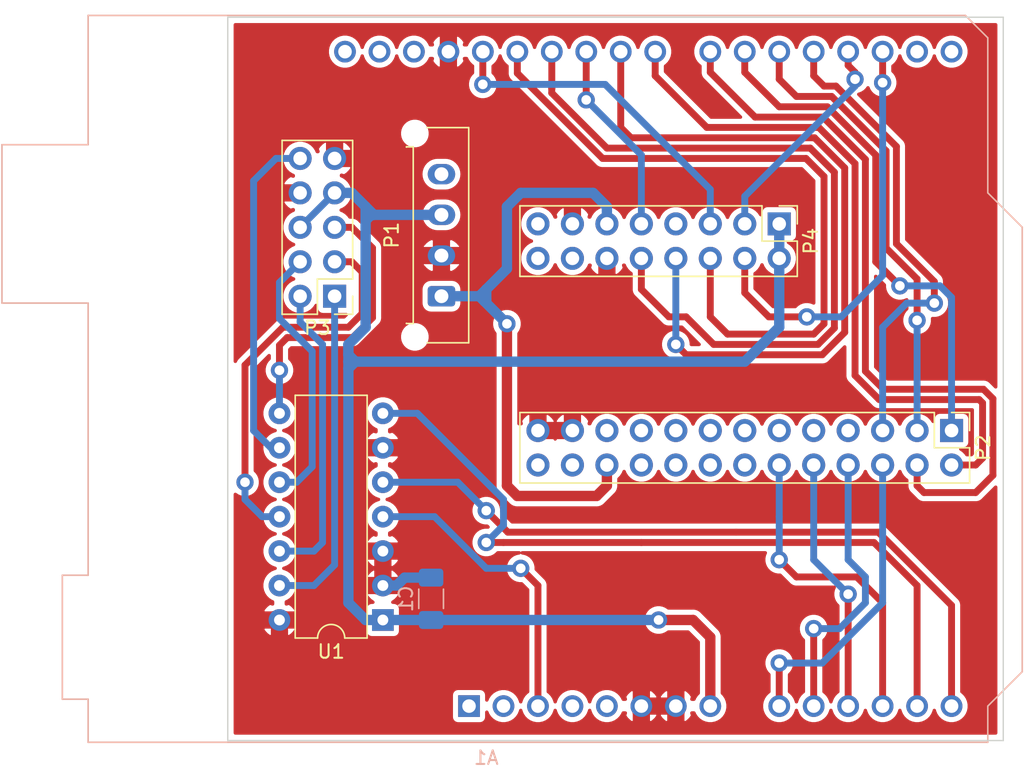
<source format=kicad_pcb>
(kicad_pcb (version 20171130) (host pcbnew "(5.1.8)-1")

  (general
    (thickness 1.6)
    (drawings 4)
    (tracks 257)
    (zones 0)
    (modules 7)
    (nets 55)
  )

  (page A4)
  (layers
    (0 F.Cu signal)
    (31 B.Cu signal)
    (32 B.Adhes user)
    (33 F.Adhes user)
    (34 B.Paste user)
    (35 F.Paste user)
    (36 B.SilkS user)
    (37 F.SilkS user)
    (38 B.Mask user)
    (39 F.Mask user)
    (40 Dwgs.User user)
    (41 Cmts.User user)
    (42 Eco1.User user)
    (43 Eco2.User user)
    (44 Edge.Cuts user)
    (45 Margin user)
    (46 B.CrtYd user)
    (47 F.CrtYd user)
    (48 B.Fab user)
    (49 F.Fab user)
  )

  (setup
    (last_trace_width 0.762)
    (user_trace_width 0.381)
    (user_trace_width 0.508)
    (user_trace_width 0.635)
    (user_trace_width 0.762)
    (user_trace_width 1.27)
    (trace_clearance 0.254)
    (zone_clearance 0.381)
    (zone_45_only no)
    (trace_min 0.2)
    (via_size 1.27)
    (via_drill 0.7112)
    (via_min_size 0.4)
    (via_min_drill 0.3)
    (uvia_size 0.3)
    (uvia_drill 0.1)
    (uvias_allowed no)
    (uvia_min_size 0.2)
    (uvia_min_drill 0.1)
    (edge_width 0.05)
    (segment_width 0.2)
    (pcb_text_width 0.3)
    (pcb_text_size 1.5 1.5)
    (mod_edge_width 0.12)
    (mod_text_size 1 1)
    (mod_text_width 0.15)
    (pad_size 1.524 1.524)
    (pad_drill 0.762)
    (pad_to_mask_clearance 0)
    (aux_axis_origin 0 0)
    (visible_elements FFFFFF7F)
    (pcbplotparams
      (layerselection 0x010fc_ffffffff)
      (usegerberextensions false)
      (usegerberattributes true)
      (usegerberadvancedattributes true)
      (creategerberjobfile true)
      (excludeedgelayer true)
      (linewidth 0.100000)
      (plotframeref false)
      (viasonmask false)
      (mode 1)
      (useauxorigin false)
      (hpglpennumber 1)
      (hpglpenspeed 20)
      (hpglpendiameter 15.000000)
      (psnegative false)
      (psa4output false)
      (plotreference true)
      (plotvalue true)
      (plotinvisibletext false)
      (padsonsilk false)
      (subtractmaskfromsilk false)
      (outputformat 1)
      (mirror false)
      (drillshape 0)
      (scaleselection 1)
      (outputdirectory "Gerber Files/"))
  )

  (net 0 "")
  (net 1 "Net-(A1-Pad32)")
  (net 2 "Net-(A1-Pad31)")
  (net 3 "Net-(A1-Pad1)")
  (net 4 MOTOR_SWITCH)
  (net 5 "Net-(A1-Pad2)")
  (net 6 RESET_SWITCH)
  (net 7 RESET)
  (net 8 MOTORS_ENABLED)
  (net 9 "Net-(A1-Pad4)")
  (net 10 LEFT_MOTOR_PWM)
  (net 11 "Net-(A1-Pad5)")
  (net 12 RIGHT_MOTOR_PWM)
  (net 13 GND)
  (net 14 RIGHT_MOTOR_DIR)
  (net 15 LEFT_MOTOR_DIR)
  (net 16 VCC)
  (net 17 BUZZER)
  (net 18 LEFT_ENCODER_A)
  (net 19 POWER_LED)
  (net 20 LEFT_ENCODER_B)
  (net 21 STATUS_LED)
  (net 22 RIGHT_ENCODER_A)
  (net 23 AUX_SWITCH)
  (net 24 RIGHT_ENCODER_B)
  (net 25 RADIO_SWITCH)
  (net 26 SDA)
  (net 27 SCL)
  (net 28 "Net-(A1-Pad30)")
  (net 29 SERIAL_IN)
  (net 30 SERIAL_OUT)
  (net 31 VPP)
  (net 32 E-STOP)
  (net 33 "Net-(P2-Pad9)")
  (net 34 "Net-(P2-Pad11)")
  (net 35 "Net-(P2-Pad13)")
  (net 36 "Net-(P2-Pad14)")
  (net 37 "Net-(P2-Pad15)")
  (net 38 "Net-(P2-Pad16)")
  (net 39 "Net-(P2-Pad17)")
  (net 40 "Net-(P2-Pad18)")
  (net 41 "Net-(P2-Pad19)")
  (net 42 "Net-(P2-Pad20)")
  (net 43 "Net-(P2-Pad21)")
  (net 44 "Net-(P2-Pad24)")
  (net 45 S_SEL1)
  (net 46 S_SEL2)
  (net 47 S_SEL3)
  (net 48 S_INHIB)
  (net 49 S_TRIG)
  (net 50 S_ECHO)
  (net 51 "Net-(P4-Pad7)")
  (net 52 "Net-(P4-Pad14)")
  (net 53 "Net-(P4-Pad15)")
  (net 54 "Net-(P4-Pad16)")

  (net_class Default "This is the default net class."
    (clearance 0.254)
    (trace_width 0.25)
    (via_dia 1.27)
    (via_drill 0.7112)
    (uvia_dia 0.3)
    (uvia_drill 0.1)
    (add_net AUX_SWITCH)
    (add_net BUZZER)
    (add_net E-STOP)
    (add_net GND)
    (add_net LEFT_ENCODER_A)
    (add_net LEFT_ENCODER_B)
    (add_net LEFT_MOTOR_DIR)
    (add_net LEFT_MOTOR_PWM)
    (add_net MOTORS_ENABLED)
    (add_net MOTOR_SWITCH)
    (add_net "Net-(A1-Pad1)")
    (add_net "Net-(A1-Pad2)")
    (add_net "Net-(A1-Pad30)")
    (add_net "Net-(A1-Pad31)")
    (add_net "Net-(A1-Pad32)")
    (add_net "Net-(A1-Pad4)")
    (add_net "Net-(A1-Pad5)")
    (add_net "Net-(P2-Pad11)")
    (add_net "Net-(P2-Pad13)")
    (add_net "Net-(P2-Pad14)")
    (add_net "Net-(P2-Pad15)")
    (add_net "Net-(P2-Pad16)")
    (add_net "Net-(P2-Pad17)")
    (add_net "Net-(P2-Pad18)")
    (add_net "Net-(P2-Pad19)")
    (add_net "Net-(P2-Pad20)")
    (add_net "Net-(P2-Pad21)")
    (add_net "Net-(P2-Pad24)")
    (add_net "Net-(P2-Pad9)")
    (add_net "Net-(P4-Pad14)")
    (add_net "Net-(P4-Pad15)")
    (add_net "Net-(P4-Pad16)")
    (add_net "Net-(P4-Pad7)")
    (add_net POWER_LED)
    (add_net RADIO_SWITCH)
    (add_net RESET)
    (add_net RESET_SWITCH)
    (add_net RIGHT_ENCODER_A)
    (add_net RIGHT_ENCODER_B)
    (add_net RIGHT_MOTOR_DIR)
    (add_net RIGHT_MOTOR_PWM)
    (add_net SCL)
    (add_net SDA)
    (add_net SERIAL_IN)
    (add_net SERIAL_OUT)
    (add_net STATUS_LED)
    (add_net S_ECHO)
    (add_net S_INHIB)
    (add_net S_SEL1)
    (add_net S_SEL2)
    (add_net S_SEL3)
    (add_net S_TRIG)
    (add_net VCC)
    (add_net VPP)
  )

  (module Module:Arduino_UNO_R3 (layer B.Cu) (tedit 58AB60FC) (tstamp 60FDEBDC)
    (at 17.78 50.8)
    (descr "Arduino UNO R3, http://www.mouser.com/pdfdocs/Gravitech_Arduino_Nano3_0.pdf")
    (tags "Arduino UNO R3")
    (path /60EF8F76)
    (fp_text reference A1 (at 1.27 3.81 -180) (layer B.SilkS)
      (effects (font (size 1 1) (thickness 0.15)) (justify mirror))
    )
    (fp_text value Arduino_UNO_R3 (at 0 -22.86) (layer B.Fab)
      (effects (font (size 1 1) (thickness 0.15)) (justify mirror))
    )
    (fp_text user %R (at 0 -20.32 -180) (layer B.Fab)
      (effects (font (size 1 1) (thickness 0.15)) (justify mirror))
    )
    (fp_line (start 38.35 2.79) (end 38.35 0) (layer B.CrtYd) (width 0.05))
    (fp_line (start 38.35 0) (end 40.89 -2.54) (layer B.CrtYd) (width 0.05))
    (fp_line (start 40.89 -2.54) (end 40.89 -35.31) (layer B.CrtYd) (width 0.05))
    (fp_line (start 40.89 -35.31) (end 38.35 -37.85) (layer B.CrtYd) (width 0.05))
    (fp_line (start 38.35 -37.85) (end 38.35 -49.28) (layer B.CrtYd) (width 0.05))
    (fp_line (start 38.35 -49.28) (end 36.58 -51.05) (layer B.CrtYd) (width 0.05))
    (fp_line (start 36.58 -51.05) (end -28.19 -51.05) (layer B.CrtYd) (width 0.05))
    (fp_line (start -28.19 -51.05) (end -28.19 -41.53) (layer B.CrtYd) (width 0.05))
    (fp_line (start -28.19 -41.53) (end -34.54 -41.53) (layer B.CrtYd) (width 0.05))
    (fp_line (start -34.54 -41.53) (end -34.54 -29.59) (layer B.CrtYd) (width 0.05))
    (fp_line (start -34.54 -29.59) (end -28.19 -29.59) (layer B.CrtYd) (width 0.05))
    (fp_line (start -28.19 -29.59) (end -28.19 -9.78) (layer B.CrtYd) (width 0.05))
    (fp_line (start -28.19 -9.78) (end -30.1 -9.78) (layer B.CrtYd) (width 0.05))
    (fp_line (start -30.1 -9.78) (end -30.1 -0.38) (layer B.CrtYd) (width 0.05))
    (fp_line (start -30.1 -0.38) (end -28.19 -0.38) (layer B.CrtYd) (width 0.05))
    (fp_line (start -28.19 -0.38) (end -28.19 2.79) (layer B.CrtYd) (width 0.05))
    (fp_line (start -28.19 2.79) (end 38.35 2.79) (layer B.CrtYd) (width 0.05))
    (fp_line (start 40.77 -35.31) (end 40.77 -2.54) (layer B.SilkS) (width 0.12))
    (fp_line (start 40.77 -2.54) (end 38.23 0) (layer B.SilkS) (width 0.12))
    (fp_line (start 38.23 0) (end 38.23 2.67) (layer B.SilkS) (width 0.12))
    (fp_line (start 38.23 2.67) (end -28.07 2.67) (layer B.SilkS) (width 0.12))
    (fp_line (start -28.07 2.67) (end -28.07 -0.51) (layer B.SilkS) (width 0.12))
    (fp_line (start -28.07 -0.51) (end -29.97 -0.51) (layer B.SilkS) (width 0.12))
    (fp_line (start -29.97 -0.51) (end -29.97 -9.65) (layer B.SilkS) (width 0.12))
    (fp_line (start -29.97 -9.65) (end -28.07 -9.65) (layer B.SilkS) (width 0.12))
    (fp_line (start -28.07 -9.65) (end -28.07 -29.72) (layer B.SilkS) (width 0.12))
    (fp_line (start -28.07 -29.72) (end -34.42 -29.72) (layer B.SilkS) (width 0.12))
    (fp_line (start -34.42 -29.72) (end -34.42 -41.4) (layer B.SilkS) (width 0.12))
    (fp_line (start -34.42 -41.4) (end -28.07 -41.4) (layer B.SilkS) (width 0.12))
    (fp_line (start -28.07 -41.4) (end -28.07 -50.93) (layer B.SilkS) (width 0.12))
    (fp_line (start -28.07 -50.93) (end 36.58 -50.93) (layer B.SilkS) (width 0.12))
    (fp_line (start 36.58 -50.93) (end 38.23 -49.28) (layer B.SilkS) (width 0.12))
    (fp_line (start 38.23 -49.28) (end 38.23 -37.85) (layer B.SilkS) (width 0.12))
    (fp_line (start 38.23 -37.85) (end 40.77 -35.31) (layer B.SilkS) (width 0.12))
    (fp_line (start -34.29 -29.84) (end -18.41 -29.84) (layer B.Fab) (width 0.1))
    (fp_line (start -18.41 -29.84) (end -18.41 -41.27) (layer B.Fab) (width 0.1))
    (fp_line (start -18.41 -41.27) (end -34.29 -41.27) (layer B.Fab) (width 0.1))
    (fp_line (start -34.29 -41.27) (end -34.29 -29.84) (layer B.Fab) (width 0.1))
    (fp_line (start -29.84 -0.64) (end -16.51 -0.64) (layer B.Fab) (width 0.1))
    (fp_line (start -16.51 -0.64) (end -16.51 -9.53) (layer B.Fab) (width 0.1))
    (fp_line (start -16.51 -9.53) (end -29.84 -9.53) (layer B.Fab) (width 0.1))
    (fp_line (start -29.84 -9.53) (end -29.84 -0.64) (layer B.Fab) (width 0.1))
    (fp_line (start 38.1 -37.85) (end 38.1 -49.28) (layer B.Fab) (width 0.1))
    (fp_line (start 40.64 -2.54) (end 40.64 -35.31) (layer B.Fab) (width 0.1))
    (fp_line (start 40.64 -35.31) (end 38.1 -37.85) (layer B.Fab) (width 0.1))
    (fp_line (start 38.1 2.54) (end 38.1 0) (layer B.Fab) (width 0.1))
    (fp_line (start 38.1 0) (end 40.64 -2.54) (layer B.Fab) (width 0.1))
    (fp_line (start 38.1 -49.28) (end 36.58 -50.8) (layer B.Fab) (width 0.1))
    (fp_line (start 36.58 -50.8) (end -27.94 -50.8) (layer B.Fab) (width 0.1))
    (fp_line (start -27.94 -50.8) (end -27.94 2.54) (layer B.Fab) (width 0.1))
    (fp_line (start -27.94 2.54) (end 38.1 2.54) (layer B.Fab) (width 0.1))
    (pad 16 thru_hole oval (at 33.02 -48.26 270) (size 1.6 1.6) (drill 1) (layers *.Cu *.Mask)
      (net 30 SERIAL_OUT))
    (pad 15 thru_hole oval (at 35.56 -48.26 270) (size 1.6 1.6) (drill 1) (layers *.Cu *.Mask)
      (net 29 SERIAL_IN))
    (pad 30 thru_hole oval (at -4.06 -48.26 270) (size 1.6 1.6) (drill 1) (layers *.Cu *.Mask)
      (net 28 "Net-(A1-Pad30)"))
    (pad 14 thru_hole oval (at 35.56 0 270) (size 1.6 1.6) (drill 1) (layers *.Cu *.Mask)
      (net 27 SCL))
    (pad 29 thru_hole oval (at -1.52 -48.26 270) (size 1.6 1.6) (drill 1) (layers *.Cu *.Mask)
      (net 13 GND))
    (pad 13 thru_hole oval (at 33.02 0 270) (size 1.6 1.6) (drill 1) (layers *.Cu *.Mask)
      (net 26 SDA))
    (pad 28 thru_hole oval (at 1.02 -48.26 270) (size 1.6 1.6) (drill 1) (layers *.Cu *.Mask)
      (net 25 RADIO_SWITCH))
    (pad 12 thru_hole oval (at 30.48 0 270) (size 1.6 1.6) (drill 1) (layers *.Cu *.Mask)
      (net 20 LEFT_ENCODER_B))
    (pad 27 thru_hole oval (at 3.56 -48.26 270) (size 1.6 1.6) (drill 1) (layers *.Cu *.Mask)
      (net 23 AUX_SWITCH))
    (pad 11 thru_hole oval (at 27.94 0 270) (size 1.6 1.6) (drill 1) (layers *.Cu *.Mask)
      (net 24 RIGHT_ENCODER_B))
    (pad 26 thru_hole oval (at 6.1 -48.26 270) (size 1.6 1.6) (drill 1) (layers *.Cu *.Mask)
      (net 21 STATUS_LED))
    (pad 10 thru_hole oval (at 25.4 0 270) (size 1.6 1.6) (drill 1) (layers *.Cu *.Mask)
      (net 22 RIGHT_ENCODER_A))
    (pad 25 thru_hole oval (at 8.64 -48.26 270) (size 1.6 1.6) (drill 1) (layers *.Cu *.Mask)
      (net 19 POWER_LED))
    (pad 9 thru_hole oval (at 22.86 0 270) (size 1.6 1.6) (drill 1) (layers *.Cu *.Mask)
      (net 18 LEFT_ENCODER_A))
    (pad 24 thru_hole oval (at 11.18 -48.26 270) (size 1.6 1.6) (drill 1) (layers *.Cu *.Mask)
      (net 17 BUZZER))
    (pad 8 thru_hole oval (at 17.78 0 270) (size 1.6 1.6) (drill 1) (layers *.Cu *.Mask)
      (net 16 VCC))
    (pad 23 thru_hole oval (at 13.72 -48.26 270) (size 1.6 1.6) (drill 1) (layers *.Cu *.Mask)
      (net 15 LEFT_MOTOR_DIR))
    (pad 7 thru_hole oval (at 15.24 0 270) (size 1.6 1.6) (drill 1) (layers *.Cu *.Mask)
      (net 13 GND))
    (pad 22 thru_hole oval (at 17.78 -48.26 270) (size 1.6 1.6) (drill 1) (layers *.Cu *.Mask)
      (net 14 RIGHT_MOTOR_DIR))
    (pad 6 thru_hole oval (at 12.7 0 270) (size 1.6 1.6) (drill 1) (layers *.Cu *.Mask)
      (net 13 GND))
    (pad 21 thru_hole oval (at 20.32 -48.26 270) (size 1.6 1.6) (drill 1) (layers *.Cu *.Mask)
      (net 10 LEFT_MOTOR_PWM))
    (pad 5 thru_hole oval (at 10.16 0 270) (size 1.6 1.6) (drill 1) (layers *.Cu *.Mask)
      (net 11 "Net-(A1-Pad5)"))
    (pad 20 thru_hole oval (at 22.86 -48.26 270) (size 1.6 1.6) (drill 1) (layers *.Cu *.Mask)
      (net 12 RIGHT_MOTOR_PWM))
    (pad 4 thru_hole oval (at 7.62 0 270) (size 1.6 1.6) (drill 1) (layers *.Cu *.Mask)
      (net 9 "Net-(A1-Pad4)"))
    (pad 19 thru_hole oval (at 25.4 -48.26 270) (size 1.6 1.6) (drill 1) (layers *.Cu *.Mask)
      (net 8 MOTORS_ENABLED))
    (pad 3 thru_hole oval (at 5.08 0 270) (size 1.6 1.6) (drill 1) (layers *.Cu *.Mask)
      (net 7 RESET))
    (pad 18 thru_hole oval (at 27.94 -48.26 270) (size 1.6 1.6) (drill 1) (layers *.Cu *.Mask)
      (net 6 RESET_SWITCH))
    (pad 2 thru_hole oval (at 2.54 0 270) (size 1.6 1.6) (drill 1) (layers *.Cu *.Mask)
      (net 5 "Net-(A1-Pad2)"))
    (pad 17 thru_hole oval (at 30.48 -48.26 270) (size 1.6 1.6) (drill 1) (layers *.Cu *.Mask)
      (net 4 MOTOR_SWITCH))
    (pad 1 thru_hole rect (at 0 0 270) (size 1.6 1.6) (drill 1) (layers *.Cu *.Mask)
      (net 3 "Net-(A1-Pad1)"))
    (pad 31 thru_hole oval (at -6.6 -48.26 270) (size 1.6 1.6) (drill 1) (layers *.Cu *.Mask)
      (net 2 "Net-(A1-Pad31)"))
    (pad 32 thru_hole oval (at -9.14 -48.26 270) (size 1.6 1.6) (drill 1) (layers *.Cu *.Mask)
      (net 1 "Net-(A1-Pad32)"))
    (model ${KISYS3DMOD}/Module.3dshapes/Arduino_UNO_R3.wrl
      (at (xyz 0 0 0))
      (scale (xyz 1 1 1))
      (rotate (xyz 0 0 0))
    )
  )

  (module Capacitor_SMD:C_1206_3216Metric_Pad1.33x1.80mm_HandSolder (layer B.Cu) (tedit 5F68FEEF) (tstamp 60FDEBED)
    (at 14.986 42.8875 270)
    (descr "Capacitor SMD 1206 (3216 Metric), square (rectangular) end terminal, IPC_7351 nominal with elongated pad for handsoldering. (Body size source: IPC-SM-782 page 76, https://www.pcb-3d.com/wordpress/wp-content/uploads/ipc-sm-782a_amendment_1_and_2.pdf), generated with kicad-footprint-generator")
    (tags "capacitor handsolder")
    (path /6107057F)
    (attr smd)
    (fp_text reference C1 (at 0 1.85 270) (layer B.SilkS)
      (effects (font (size 1 1) (thickness 0.15)) (justify mirror))
    )
    (fp_text value 10uF (at 0 -1.85 270) (layer B.Fab)
      (effects (font (size 1 1) (thickness 0.15)) (justify mirror))
    )
    (fp_line (start 2.48 -1.15) (end -2.48 -1.15) (layer B.CrtYd) (width 0.05))
    (fp_line (start 2.48 1.15) (end 2.48 -1.15) (layer B.CrtYd) (width 0.05))
    (fp_line (start -2.48 1.15) (end 2.48 1.15) (layer B.CrtYd) (width 0.05))
    (fp_line (start -2.48 -1.15) (end -2.48 1.15) (layer B.CrtYd) (width 0.05))
    (fp_line (start -0.711252 -0.91) (end 0.711252 -0.91) (layer B.SilkS) (width 0.12))
    (fp_line (start -0.711252 0.91) (end 0.711252 0.91) (layer B.SilkS) (width 0.12))
    (fp_line (start 1.6 -0.8) (end -1.6 -0.8) (layer B.Fab) (width 0.1))
    (fp_line (start 1.6 0.8) (end 1.6 -0.8) (layer B.Fab) (width 0.1))
    (fp_line (start -1.6 0.8) (end 1.6 0.8) (layer B.Fab) (width 0.1))
    (fp_line (start -1.6 -0.8) (end -1.6 0.8) (layer B.Fab) (width 0.1))
    (fp_text user %R (at 0 0 270) (layer B.Fab)
      (effects (font (size 0.8 0.8) (thickness 0.12)) (justify mirror))
    )
    (pad 1 smd roundrect (at -1.5625 0 270) (size 1.325 1.8) (layers B.Cu B.Paste B.Mask) (roundrect_rratio 0.1886784905660377)
      (net 13 GND))
    (pad 2 smd roundrect (at 1.5625 0 270) (size 1.325 1.8) (layers B.Cu B.Paste B.Mask) (roundrect_rratio 0.1886784905660377)
      (net 16 VCC))
    (model ${KISYS3DMOD}/Capacitor_SMD.3dshapes/C_1206_3216Metric.wrl
      (at (xyz 0 0 0))
      (scale (xyz 1 1 1))
      (rotate (xyz 0 0 0))
    )
  )

  (module Connector_Molex:Molex_Micro-Fit_3.0_43650-0415_1x04_P3.00mm_Vertical (layer F.Cu) (tedit 5CA3843E) (tstamp 60FDEC13)
    (at 15.748 20.574 90)
    (descr "Molex Micro-Fit 3.0 Connector System, 43650-0415 (compatible alternatives: 43650-0416, 43650-0417), 4 Pins per row (http://www.molex.com/pdm_docs/sd/436500215_sd.pdf), generated with kicad-footprint-generator")
    (tags "connector Molex Micro-Fit_3.0 vertical")
    (path /60EC9D7D)
    (fp_text reference P1 (at 4.5 -3.67 90) (layer F.SilkS)
      (effects (font (size 1 1) (thickness 0.15)))
    )
    (fp_text value PowerPlug (at 4.318 -3.556 90) (layer F.Fab)
      (effects (font (size 1 1) (thickness 0.15)))
    )
    (fp_line (start -3.82 3.8) (end -3.82 -2.97) (layer F.CrtYd) (width 0.05))
    (fp_line (start 12.82 3.8) (end -3.82 3.8) (layer F.CrtYd) (width 0.05))
    (fp_line (start 12.82 -2.97) (end 12.82 3.8) (layer F.CrtYd) (width 0.05))
    (fp_line (start -3.82 -2.97) (end 12.82 -2.97) (layer F.CrtYd) (width 0.05))
    (fp_line (start 11.015 -2.58) (end 10.995 -2.58) (layer F.SilkS) (width 0.12))
    (fp_line (start 11.015 -2.08) (end 11.015 -2.58) (layer F.SilkS) (width 0.12))
    (fp_line (start -2.015 -2.08) (end 11.015 -2.08) (layer F.SilkS) (width 0.12))
    (fp_line (start -2.015 -2.58) (end -2.015 -2.08) (layer F.SilkS) (width 0.12))
    (fp_line (start -1.995 -2.58) (end -2.015 -2.58) (layer F.SilkS) (width 0.12))
    (fp_line (start 12.435 2.01) (end 12.435 -1.065) (layer F.SilkS) (width 0.12))
    (fp_line (start -3.435 2.01) (end 12.435 2.01) (layer F.SilkS) (width 0.12))
    (fp_line (start -3.435 -1.065) (end -3.435 2.01) (layer F.SilkS) (width 0.12))
    (fp_line (start 0 -1.262893) (end 0.5 -1.97) (layer F.Fab) (width 0.1))
    (fp_line (start -0.5 -1.97) (end 0 -1.262893) (layer F.Fab) (width 0.1))
    (fp_line (start 5.2 3.3) (end 5.2 1.9) (layer F.Fab) (width 0.1))
    (fp_line (start 3.8 3.3) (end 5.2 3.3) (layer F.Fab) (width 0.1))
    (fp_line (start 3.8 1.9) (end 3.8 3.3) (layer F.Fab) (width 0.1))
    (fp_line (start 12.325 -1.34) (end 11.125 -1.97) (layer F.Fab) (width 0.1))
    (fp_line (start -3.325 -1.34) (end -2.125 -1.97) (layer F.Fab) (width 0.1))
    (fp_line (start 11.125 -1.97) (end -2.125 -1.97) (layer F.Fab) (width 0.1))
    (fp_line (start 11.125 -2.47) (end 11.125 -1.97) (layer F.Fab) (width 0.1))
    (fp_line (start 12.325 -2.47) (end 11.125 -2.47) (layer F.Fab) (width 0.1))
    (fp_line (start 12.325 1.9) (end 12.325 -2.47) (layer F.Fab) (width 0.1))
    (fp_line (start -3.325 1.9) (end 12.325 1.9) (layer F.Fab) (width 0.1))
    (fp_line (start -3.325 -2.47) (end -3.325 1.9) (layer F.Fab) (width 0.1))
    (fp_line (start -2.125 -2.47) (end -3.325 -2.47) (layer F.Fab) (width 0.1))
    (fp_line (start -2.125 -1.97) (end -2.125 -2.47) (layer F.Fab) (width 0.1))
    (fp_text user %R (at 4.5 1.2 90) (layer F.Fab)
      (effects (font (size 1 1) (thickness 0.15)))
    )
    (pad "" np_thru_hole circle (at -3 -1.96 90) (size 1.27 1.27) (drill 1.27) (layers *.Cu *.Mask))
    (pad "" np_thru_hole circle (at 12 -1.96 90) (size 1.27 1.27) (drill 1.27) (layers *.Cu *.Mask))
    (pad 1 thru_hole roundrect (at 0 0 90) (size 1.5 2.02) (drill 1.02) (layers *.Cu *.Mask) (roundrect_rratio 0.1666666666666667)
      (net 31 VPP))
    (pad 2 thru_hole oval (at 3 0 90) (size 1.5 2.02) (drill 1.02) (layers *.Cu *.Mask)
      (net 13 GND))
    (pad 3 thru_hole oval (at 6 0 90) (size 1.5 2.02) (drill 1.02) (layers *.Cu *.Mask)
      (net 16 VCC))
    (pad 4 thru_hole oval (at 9 0 90) (size 1.5 2.02) (drill 1.02) (layers *.Cu *.Mask))
    (model ${KISYS3DMOD}/Connector_Molex.3dshapes/Molex_Micro-Fit_3.0_43650-0415_1x04_P3.00mm_Vertical.wrl
      (at (xyz 0 0 0))
      (scale (xyz 1 1 1))
      (rotate (xyz 0 0 0))
    )
  )

  (module Connector_PinHeader_2.54mm:PinHeader_2x13_P2.54mm_Vertical (layer F.Cu) (tedit 59FED5CC) (tstamp 60FDEC43)
    (at 53.34 30.48 270)
    (descr "Through hole straight pin header, 2x13, 2.54mm pitch, double rows")
    (tags "Through hole pin header THT 2x13 2.54mm double row")
    (path /60EC83E8)
    (fp_text reference P2 (at 1.27 -2.33 90) (layer F.SilkS)
      (effects (font (size 1 1) (thickness 0.15)))
    )
    (fp_text value PowerBoard (at 1.27 32.81 90) (layer F.Fab)
      (effects (font (size 1 1) (thickness 0.15)))
    )
    (fp_line (start 4.35 -1.8) (end -1.8 -1.8) (layer F.CrtYd) (width 0.05))
    (fp_line (start 4.35 32.25) (end 4.35 -1.8) (layer F.CrtYd) (width 0.05))
    (fp_line (start -1.8 32.25) (end 4.35 32.25) (layer F.CrtYd) (width 0.05))
    (fp_line (start -1.8 -1.8) (end -1.8 32.25) (layer F.CrtYd) (width 0.05))
    (fp_line (start -1.33 -1.33) (end 0 -1.33) (layer F.SilkS) (width 0.12))
    (fp_line (start -1.33 0) (end -1.33 -1.33) (layer F.SilkS) (width 0.12))
    (fp_line (start 1.27 -1.33) (end 3.87 -1.33) (layer F.SilkS) (width 0.12))
    (fp_line (start 1.27 1.27) (end 1.27 -1.33) (layer F.SilkS) (width 0.12))
    (fp_line (start -1.33 1.27) (end 1.27 1.27) (layer F.SilkS) (width 0.12))
    (fp_line (start 3.87 -1.33) (end 3.87 31.81) (layer F.SilkS) (width 0.12))
    (fp_line (start -1.33 1.27) (end -1.33 31.81) (layer F.SilkS) (width 0.12))
    (fp_line (start -1.33 31.81) (end 3.87 31.81) (layer F.SilkS) (width 0.12))
    (fp_line (start -1.27 0) (end 0 -1.27) (layer F.Fab) (width 0.1))
    (fp_line (start -1.27 31.75) (end -1.27 0) (layer F.Fab) (width 0.1))
    (fp_line (start 3.81 31.75) (end -1.27 31.75) (layer F.Fab) (width 0.1))
    (fp_line (start 3.81 -1.27) (end 3.81 31.75) (layer F.Fab) (width 0.1))
    (fp_line (start 0 -1.27) (end 3.81 -1.27) (layer F.Fab) (width 0.1))
    (fp_text user %R (at 1.27 15.24) (layer F.Fab)
      (effects (font (size 1 1) (thickness 0.15)))
    )
    (pad 1 thru_hole rect (at 0 0 270) (size 1.7 1.7) (drill 1) (layers *.Cu *.Mask)
      (net 10 LEFT_MOTOR_PWM))
    (pad 2 thru_hole oval (at 2.54 0 270) (size 1.7 1.7) (drill 1) (layers *.Cu *.Mask)
      (net 15 LEFT_MOTOR_DIR))
    (pad 3 thru_hole oval (at 0 2.54 270) (size 1.7 1.7) (drill 1) (layers *.Cu *.Mask)
      (net 12 RIGHT_MOTOR_PWM))
    (pad 4 thru_hole oval (at 2.54 2.54 270) (size 1.7 1.7) (drill 1) (layers *.Cu *.Mask)
      (net 14 RIGHT_MOTOR_DIR))
    (pad 5 thru_hole oval (at 0 5.08 270) (size 1.7 1.7) (drill 1) (layers *.Cu *.Mask)
      (net 8 MOTORS_ENABLED))
    (pad 6 thru_hole oval (at 2.54 5.08 270) (size 1.7 1.7) (drill 1) (layers *.Cu *.Mask)
      (net 18 LEFT_ENCODER_A))
    (pad 7 thru_hole oval (at 0 7.62 270) (size 1.7 1.7) (drill 1) (layers *.Cu *.Mask)
      (net 32 E-STOP))
    (pad 8 thru_hole oval (at 2.54 7.62 270) (size 1.7 1.7) (drill 1) (layers *.Cu *.Mask)
      (net 22 RIGHT_ENCODER_A))
    (pad 9 thru_hole oval (at 0 10.16 270) (size 1.7 1.7) (drill 1) (layers *.Cu *.Mask)
      (net 33 "Net-(P2-Pad9)"))
    (pad 10 thru_hole oval (at 2.54 10.16 270) (size 1.7 1.7) (drill 1) (layers *.Cu *.Mask)
      (net 24 RIGHT_ENCODER_B))
    (pad 11 thru_hole oval (at 0 12.7 270) (size 1.7 1.7) (drill 1) (layers *.Cu *.Mask)
      (net 34 "Net-(P2-Pad11)"))
    (pad 12 thru_hole oval (at 2.54 12.7 270) (size 1.7 1.7) (drill 1) (layers *.Cu *.Mask)
      (net 20 LEFT_ENCODER_B))
    (pad 13 thru_hole oval (at 0 15.24 270) (size 1.7 1.7) (drill 1) (layers *.Cu *.Mask)
      (net 35 "Net-(P2-Pad13)"))
    (pad 14 thru_hole oval (at 2.54 15.24 270) (size 1.7 1.7) (drill 1) (layers *.Cu *.Mask)
      (net 36 "Net-(P2-Pad14)"))
    (pad 15 thru_hole oval (at 0 17.78 270) (size 1.7 1.7) (drill 1) (layers *.Cu *.Mask)
      (net 37 "Net-(P2-Pad15)"))
    (pad 16 thru_hole oval (at 2.54 17.78 270) (size 1.7 1.7) (drill 1) (layers *.Cu *.Mask)
      (net 38 "Net-(P2-Pad16)"))
    (pad 17 thru_hole oval (at 0 20.32 270) (size 1.7 1.7) (drill 1) (layers *.Cu *.Mask)
      (net 39 "Net-(P2-Pad17)"))
    (pad 18 thru_hole oval (at 2.54 20.32 270) (size 1.7 1.7) (drill 1) (layers *.Cu *.Mask)
      (net 40 "Net-(P2-Pad18)"))
    (pad 19 thru_hole oval (at 0 22.86 270) (size 1.7 1.7) (drill 1) (layers *.Cu *.Mask)
      (net 41 "Net-(P2-Pad19)"))
    (pad 20 thru_hole oval (at 2.54 22.86 270) (size 1.7 1.7) (drill 1) (layers *.Cu *.Mask)
      (net 42 "Net-(P2-Pad20)"))
    (pad 21 thru_hole oval (at 0 25.4 270) (size 1.7 1.7) (drill 1) (layers *.Cu *.Mask)
      (net 43 "Net-(P2-Pad21)"))
    (pad 22 thru_hole oval (at 2.54 25.4 270) (size 1.7 1.7) (drill 1) (layers *.Cu *.Mask)
      (net 31 VPP))
    (pad 23 thru_hole oval (at 0 27.94 270) (size 1.7 1.7) (drill 1) (layers *.Cu *.Mask)
      (net 13 GND))
    (pad 24 thru_hole oval (at 2.54 27.94 270) (size 1.7 1.7) (drill 1) (layers *.Cu *.Mask)
      (net 44 "Net-(P2-Pad24)"))
    (pad 25 thru_hole oval (at 0 30.48 270) (size 1.7 1.7) (drill 1) (layers *.Cu *.Mask)
      (net 13 GND))
    (pad 26 thru_hole oval (at 2.54 30.48 270) (size 1.7 1.7) (drill 1) (layers *.Cu *.Mask))
    (model ${KISYS3DMOD}/Connector_PinHeader_2.54mm.3dshapes/PinHeader_2x13_P2.54mm_Vertical.wrl
      (at (xyz 0 0 0))
      (scale (xyz 1 1 1))
      (rotate (xyz 0 0 0))
    )
  )

  (module Connector_PinHeader_2.54mm:PinHeader_2x05_P2.54mm_Vertical (layer F.Cu) (tedit 59FED5CC) (tstamp 60FDF4C1)
    (at 7.874 20.574 180)
    (descr "Through hole straight pin header, 2x05, 2.54mm pitch, double rows")
    (tags "Through hole pin header THT 2x05 2.54mm double row")
    (path /60ECA9CB)
    (fp_text reference P3 (at 1.27 -2.33) (layer F.SilkS)
      (effects (font (size 1 1) (thickness 0.15)))
    )
    (fp_text value SonarBoard (at 1.27 12.49) (layer F.Fab)
      (effects (font (size 1 1) (thickness 0.15)))
    )
    (fp_line (start 4.35 -1.8) (end -1.8 -1.8) (layer F.CrtYd) (width 0.05))
    (fp_line (start 4.35 11.95) (end 4.35 -1.8) (layer F.CrtYd) (width 0.05))
    (fp_line (start -1.8 11.95) (end 4.35 11.95) (layer F.CrtYd) (width 0.05))
    (fp_line (start -1.8 -1.8) (end -1.8 11.95) (layer F.CrtYd) (width 0.05))
    (fp_line (start -1.33 -1.33) (end 0 -1.33) (layer F.SilkS) (width 0.12))
    (fp_line (start -1.33 0) (end -1.33 -1.33) (layer F.SilkS) (width 0.12))
    (fp_line (start 1.27 -1.33) (end 3.87 -1.33) (layer F.SilkS) (width 0.12))
    (fp_line (start 1.27 1.27) (end 1.27 -1.33) (layer F.SilkS) (width 0.12))
    (fp_line (start -1.33 1.27) (end 1.27 1.27) (layer F.SilkS) (width 0.12))
    (fp_line (start 3.87 -1.33) (end 3.87 11.49) (layer F.SilkS) (width 0.12))
    (fp_line (start -1.33 1.27) (end -1.33 11.49) (layer F.SilkS) (width 0.12))
    (fp_line (start -1.33 11.49) (end 3.87 11.49) (layer F.SilkS) (width 0.12))
    (fp_line (start -1.27 0) (end 0 -1.27) (layer F.Fab) (width 0.1))
    (fp_line (start -1.27 11.43) (end -1.27 0) (layer F.Fab) (width 0.1))
    (fp_line (start 3.81 11.43) (end -1.27 11.43) (layer F.Fab) (width 0.1))
    (fp_line (start 3.81 -1.27) (end 3.81 11.43) (layer F.Fab) (width 0.1))
    (fp_line (start 0 -1.27) (end 3.81 -1.27) (layer F.Fab) (width 0.1))
    (fp_text user %R (at 1.27 5.08 90) (layer F.Fab)
      (effects (font (size 1 1) (thickness 0.15)))
    )
    (pad 1 thru_hole rect (at 0 0 180) (size 1.7 1.7) (drill 1) (layers *.Cu *.Mask)
      (net 45 S_SEL1))
    (pad 2 thru_hole oval (at 2.54 0 180) (size 1.7 1.7) (drill 1) (layers *.Cu *.Mask)
      (net 46 S_SEL2))
    (pad 3 thru_hole oval (at 0 2.54 180) (size 1.7 1.7) (drill 1) (layers *.Cu *.Mask)
      (net 47 S_SEL3))
    (pad 4 thru_hole oval (at 2.54 2.54 180) (size 1.7 1.7) (drill 1) (layers *.Cu *.Mask)
      (net 48 S_INHIB))
    (pad 5 thru_hole oval (at 0 5.08 180) (size 1.7 1.7) (drill 1) (layers *.Cu *.Mask)
      (net 49 S_TRIG))
    (pad 6 thru_hole oval (at 2.54 5.08 180) (size 1.7 1.7) (drill 1) (layers *.Cu *.Mask)
      (net 16 VCC))
    (pad 7 thru_hole oval (at 0 7.62 180) (size 1.7 1.7) (drill 1) (layers *.Cu *.Mask)
      (net 16 VCC))
    (pad 8 thru_hole oval (at 2.54 7.62 180) (size 1.7 1.7) (drill 1) (layers *.Cu *.Mask)
      (net 13 GND))
    (pad 9 thru_hole oval (at 0 10.16 180) (size 1.7 1.7) (drill 1) (layers *.Cu *.Mask)
      (net 13 GND))
    (pad 10 thru_hole oval (at 2.54 10.16 180) (size 1.7 1.7) (drill 1) (layers *.Cu *.Mask)
      (net 50 S_ECHO))
    (model ${KISYS3DMOD}/Connector_PinHeader_2.54mm.3dshapes/PinHeader_2x05_P2.54mm_Vertical.wrl
      (at (xyz 0 0 0))
      (scale (xyz 1 1 1))
      (rotate (xyz 0 0 0))
    )
  )

  (module Connector_PinHeader_2.54mm:PinHeader_2x08_P2.54mm_Vertical (layer F.Cu) (tedit 59FED5CC) (tstamp 60FDEC89)
    (at 40.64 15.24 270)
    (descr "Through hole straight pin header, 2x08, 2.54mm pitch, double rows")
    (tags "Through hole pin header THT 2x08 2.54mm double row")
    (path /60EC920F)
    (fp_text reference P4 (at 1.27 -2.33 90) (layer F.SilkS)
      (effects (font (size 1 1) (thickness 0.15)))
    )
    (fp_text value InterfaceBoard (at 1.27 20.11 90) (layer F.Fab)
      (effects (font (size 1 1) (thickness 0.15)))
    )
    (fp_line (start 4.35 -1.8) (end -1.8 -1.8) (layer F.CrtYd) (width 0.05))
    (fp_line (start 4.35 19.55) (end 4.35 -1.8) (layer F.CrtYd) (width 0.05))
    (fp_line (start -1.8 19.55) (end 4.35 19.55) (layer F.CrtYd) (width 0.05))
    (fp_line (start -1.8 -1.8) (end -1.8 19.55) (layer F.CrtYd) (width 0.05))
    (fp_line (start -1.33 -1.33) (end 0 -1.33) (layer F.SilkS) (width 0.12))
    (fp_line (start -1.33 0) (end -1.33 -1.33) (layer F.SilkS) (width 0.12))
    (fp_line (start 1.27 -1.33) (end 3.87 -1.33) (layer F.SilkS) (width 0.12))
    (fp_line (start 1.27 1.27) (end 1.27 -1.33) (layer F.SilkS) (width 0.12))
    (fp_line (start -1.33 1.27) (end 1.27 1.27) (layer F.SilkS) (width 0.12))
    (fp_line (start 3.87 -1.33) (end 3.87 19.11) (layer F.SilkS) (width 0.12))
    (fp_line (start -1.33 1.27) (end -1.33 19.11) (layer F.SilkS) (width 0.12))
    (fp_line (start -1.33 19.11) (end 3.87 19.11) (layer F.SilkS) (width 0.12))
    (fp_line (start -1.27 0) (end 0 -1.27) (layer F.Fab) (width 0.1))
    (fp_line (start -1.27 19.05) (end -1.27 0) (layer F.Fab) (width 0.1))
    (fp_line (start 3.81 19.05) (end -1.27 19.05) (layer F.Fab) (width 0.1))
    (fp_line (start 3.81 -1.27) (end 3.81 19.05) (layer F.Fab) (width 0.1))
    (fp_line (start 0 -1.27) (end 3.81 -1.27) (layer F.Fab) (width 0.1))
    (fp_text user %R (at 1.27 8.89) (layer F.Fab)
      (effects (font (size 1 1) (thickness 0.15)))
    )
    (pad 1 thru_hole rect (at 0 0 270) (size 1.7 1.7) (drill 1) (layers *.Cu *.Mask)
      (net 16 VCC))
    (pad 2 thru_hole oval (at 2.54 0 270) (size 1.7 1.7) (drill 1) (layers *.Cu *.Mask)
      (net 16 VCC))
    (pad 3 thru_hole oval (at 0 2.54 270) (size 1.7 1.7) (drill 1) (layers *.Cu *.Mask)
      (net 6 RESET_SWITCH))
    (pad 4 thru_hole oval (at 2.54 2.54 270) (size 1.7 1.7) (drill 1) (layers *.Cu *.Mask)
      (net 4 MOTOR_SWITCH))
    (pad 5 thru_hole oval (at 0 5.08 270) (size 1.7 1.7) (drill 1) (layers *.Cu *.Mask)
      (net 25 RADIO_SWITCH))
    (pad 6 thru_hole oval (at 2.54 5.08 270) (size 1.7 1.7) (drill 1) (layers *.Cu *.Mask)
      (net 23 AUX_SWITCH))
    (pad 7 thru_hole oval (at 0 7.62 270) (size 1.7 1.7) (drill 1) (layers *.Cu *.Mask)
      (net 51 "Net-(P4-Pad7)"))
    (pad 8 thru_hole oval (at 2.54 7.62 270) (size 1.7 1.7) (drill 1) (layers *.Cu *.Mask)
      (net 17 BUZZER))
    (pad 9 thru_hole oval (at 0 10.16 270) (size 1.7 1.7) (drill 1) (layers *.Cu *.Mask)
      (net 19 POWER_LED))
    (pad 10 thru_hole oval (at 2.54 10.16 270) (size 1.7 1.7) (drill 1) (layers *.Cu *.Mask)
      (net 21 STATUS_LED))
    (pad 11 thru_hole oval (at 0 12.7 270) (size 1.7 1.7) (drill 1) (layers *.Cu *.Mask)
      (net 31 VPP))
    (pad 12 thru_hole oval (at 2.54 12.7 270) (size 1.7 1.7) (drill 1) (layers *.Cu *.Mask)
      (net 13 GND))
    (pad 13 thru_hole oval (at 0 15.24 270) (size 1.7 1.7) (drill 1) (layers *.Cu *.Mask)
      (net 13 GND))
    (pad 14 thru_hole oval (at 2.54 15.24 270) (size 1.7 1.7) (drill 1) (layers *.Cu *.Mask)
      (net 52 "Net-(P4-Pad14)"))
    (pad 15 thru_hole oval (at 0 17.78 270) (size 1.7 1.7) (drill 1) (layers *.Cu *.Mask)
      (net 53 "Net-(P4-Pad15)"))
    (pad 16 thru_hole oval (at 2.54 17.78 270) (size 1.7 1.7) (drill 1) (layers *.Cu *.Mask)
      (net 54 "Net-(P4-Pad16)"))
    (model ${KISYS3DMOD}/Connector_PinHeader_2.54mm.3dshapes/PinHeader_2x08_P2.54mm_Vertical.wrl
      (at (xyz 0 0 0))
      (scale (xyz 1 1 1))
      (rotate (xyz 0 0 0))
    )
  )

  (module Package_DIP:DIP-14_W7.62mm (layer F.Cu) (tedit 5A02E8C5) (tstamp 60FDECAB)
    (at 11.43 44.45 180)
    (descr "14-lead though-hole mounted DIP package, row spacing 7.62 mm (300 mils)")
    (tags "THT DIP DIL PDIP 2.54mm 7.62mm 300mil")
    (path /61008865)
    (fp_text reference U1 (at 3.81 -2.33) (layer F.SilkS)
      (effects (font (size 1 1) (thickness 0.15)))
    )
    (fp_text value ATtiny84-20PU (at 3.81 17.57) (layer F.Fab)
      (effects (font (size 1 1) (thickness 0.15)))
    )
    (fp_line (start 8.7 -1.55) (end -1.1 -1.55) (layer F.CrtYd) (width 0.05))
    (fp_line (start 8.7 16.8) (end 8.7 -1.55) (layer F.CrtYd) (width 0.05))
    (fp_line (start -1.1 16.8) (end 8.7 16.8) (layer F.CrtYd) (width 0.05))
    (fp_line (start -1.1 -1.55) (end -1.1 16.8) (layer F.CrtYd) (width 0.05))
    (fp_line (start 6.46 -1.33) (end 4.81 -1.33) (layer F.SilkS) (width 0.12))
    (fp_line (start 6.46 16.57) (end 6.46 -1.33) (layer F.SilkS) (width 0.12))
    (fp_line (start 1.16 16.57) (end 6.46 16.57) (layer F.SilkS) (width 0.12))
    (fp_line (start 1.16 -1.33) (end 1.16 16.57) (layer F.SilkS) (width 0.12))
    (fp_line (start 2.81 -1.33) (end 1.16 -1.33) (layer F.SilkS) (width 0.12))
    (fp_line (start 0.635 -0.27) (end 1.635 -1.27) (layer F.Fab) (width 0.1))
    (fp_line (start 0.635 16.51) (end 0.635 -0.27) (layer F.Fab) (width 0.1))
    (fp_line (start 6.985 16.51) (end 0.635 16.51) (layer F.Fab) (width 0.1))
    (fp_line (start 6.985 -1.27) (end 6.985 16.51) (layer F.Fab) (width 0.1))
    (fp_line (start 1.635 -1.27) (end 6.985 -1.27) (layer F.Fab) (width 0.1))
    (fp_arc (start 3.81 -1.33) (end 2.81 -1.33) (angle -180) (layer F.SilkS) (width 0.12))
    (fp_text user %R (at 3.81 7.62) (layer F.Fab)
      (effects (font (size 1 1) (thickness 0.15)))
    )
    (pad 1 thru_hole rect (at 0 0 180) (size 1.6 1.6) (drill 0.8) (layers *.Cu *.Mask)
      (net 16 VCC))
    (pad 8 thru_hole oval (at 7.62 15.24 180) (size 1.6 1.6) (drill 0.8) (layers *.Cu *.Mask)
      (net 49 S_TRIG))
    (pad 2 thru_hole oval (at 0 2.54 180) (size 1.6 1.6) (drill 0.8) (layers *.Cu *.Mask)
      (net 13 GND))
    (pad 9 thru_hole oval (at 7.62 12.7 180) (size 1.6 1.6) (drill 0.8) (layers *.Cu *.Mask)
      (net 50 S_ECHO))
    (pad 3 thru_hole oval (at 0 5.08 180) (size 1.6 1.6) (drill 0.8) (layers *.Cu *.Mask)
      (net 13 GND))
    (pad 10 thru_hole oval (at 7.62 10.16 180) (size 1.6 1.6) (drill 0.8) (layers *.Cu *.Mask)
      (net 48 S_INHIB))
    (pad 4 thru_hole oval (at 0 7.62 180) (size 1.6 1.6) (drill 0.8) (layers *.Cu *.Mask)
      (net 7 RESET))
    (pad 11 thru_hole oval (at 7.62 7.62 180) (size 1.6 1.6) (drill 0.8) (layers *.Cu *.Mask)
      (net 47 S_SEL3))
    (pad 5 thru_hole oval (at 0 10.16 180) (size 1.6 1.6) (drill 0.8) (layers *.Cu *.Mask)
      (net 27 SCL))
    (pad 12 thru_hole oval (at 7.62 5.08 180) (size 1.6 1.6) (drill 0.8) (layers *.Cu *.Mask)
      (net 46 S_SEL2))
    (pad 6 thru_hole oval (at 0 12.7 180) (size 1.6 1.6) (drill 0.8) (layers *.Cu *.Mask)
      (net 13 GND))
    (pad 13 thru_hole oval (at 7.62 2.54 180) (size 1.6 1.6) (drill 0.8) (layers *.Cu *.Mask)
      (net 45 S_SEL1))
    (pad 7 thru_hole oval (at 0 15.24 180) (size 1.6 1.6) (drill 0.8) (layers *.Cu *.Mask)
      (net 26 SDA))
    (pad 14 thru_hole oval (at 7.62 0 180) (size 1.6 1.6) (drill 0.8) (layers *.Cu *.Mask)
      (net 13 GND))
    (model ${KISYS3DMOD}/Package_DIP.3dshapes/DIP-14_W7.62mm.wrl
      (at (xyz 0 0 0))
      (scale (xyz 1 1 1))
      (rotate (xyz 0 0 0))
    )
  )

  (gr_line (start 57.15 0) (end 57.15 53.34) (layer Edge.Cuts) (width 0.1))
  (gr_line (start 0 0) (end 57.15 0) (layer Edge.Cuts) (width 0.1))
  (gr_line (start 0 53.34) (end 0 0) (layer Edge.Cuts) (width 0.1))
  (gr_line (start 57.15 53.34) (end 0 53.34) (layer Edge.Cuts) (width 0.1))

  (via (at 20.574 22.606) (size 1.27) (drill 0.7112) (layers F.Cu B.Cu) (net 31))
  (via (at 33.02 24.13) (size 1.27) (drill 0.7112) (layers F.Cu B.Cu) (net 17))
  (via (at 48.26 4.826) (size 1.27) (drill 0.7112) (layers F.Cu B.Cu) (net 4))
  (segment (start 42.672 22.098) (end 42.672 22.098) (width 0.508) (layer F.Cu) (net 4) (tstamp 6106B946))
  (via (at 42.672 22.098) (size 1.27) (drill 0.7112) (layers F.Cu B.Cu) (net 4))
  (segment (start 45.212 22.098) (end 48.26 19.05) (width 0.508) (layer B.Cu) (net 4))
  (segment (start 42.672 22.098) (end 45.212 22.098) (width 0.508) (layer B.Cu) (net 4))
  (segment (start 38.1 17.78) (end 38.1 20.32) (width 0.508) (layer F.Cu) (net 4))
  (segment (start 39.878 22.098) (end 42.672 22.098) (width 0.508) (layer F.Cu) (net 4))
  (segment (start 38.1 20.32) (end 39.878 22.098) (width 0.508) (layer F.Cu) (net 4))
  (segment (start 48.26 4.826) (end 48.26 2.54) (width 0.508) (layer F.Cu) (net 4))
  (segment (start 48.26 19.05) (end 48.26 4.826) (width 0.508) (layer B.Cu) (net 4))
  (via (at 46.228 4.572) (size 1.27) (drill 0.7112) (layers F.Cu B.Cu) (net 6))
  (segment (start 38.1 13.208) (end 38.1 15.24) (width 0.508) (layer B.Cu) (net 6))
  (segment (start 46.228 5.08) (end 38.1 13.208) (width 0.508) (layer B.Cu) (net 6))
  (segment (start 46.228 4.572) (end 46.228 5.08) (width 0.508) (layer B.Cu) (net 6))
  (segment (start 46.228 4.572) (end 46.228 4.064) (width 0.508) (layer F.Cu) (net 6))
  (segment (start 45.72 3.556) (end 45.72 2.54) (width 0.508) (layer F.Cu) (net 6))
  (segment (start 46.228 4.064) (end 45.72 3.556) (width 0.508) (layer F.Cu) (net 6))
  (via (at 1.27 34.29) (size 1.27) (drill 0.7112) (layers F.Cu B.Cu) (net 47))
  (via (at 3.81 26.035) (size 1.27) (drill 0.7112) (layers F.Cu B.Cu) (net 49))
  (segment (start 22.86 50.8) (end 22.86 41.91) (width 0.508) (layer F.Cu) (net 7))
  (segment (start 22.86 41.91) (end 21.59 40.64) (width 0.508) (layer F.Cu) (net 7))
  (segment (start 21.59 40.64) (end 21.59 40.64) (width 0.508) (layer F.Cu) (net 7) (tstamp 6106B236))
  (via (at 21.59 40.64) (size 1.27) (drill 0.7112) (layers F.Cu B.Cu) (net 7))
  (segment (start 11.43 36.83) (end 15.24 36.83) (width 0.508) (layer B.Cu) (net 7))
  (segment (start 19.05 40.64) (end 21.59 40.64) (width 0.508) (layer B.Cu) (net 7))
  (segment (start 15.24 36.83) (end 19.05 40.64) (width 0.508) (layer B.Cu) (net 7))
  (segment (start 48.26 30.48) (end 48.26 22.86) (width 0.508) (layer B.Cu) (net 8))
  (via (at 52.07 21.082) (size 1.27) (drill 0.7112) (layers F.Cu B.Cu) (net 8))
  (segment (start 50.038 21.082) (end 48.26 22.86) (width 0.508) (layer B.Cu) (net 8))
  (segment (start 52.07 21.082) (end 50.038 21.082) (width 0.508) (layer B.Cu) (net 8))
  (segment (start 43.94194 5.07994) (end 43.18 4.318) (width 0.508) (layer F.Cu) (net 8))
  (segment (start 44.819804 5.07994) (end 43.94194 5.07994) (width 0.508) (layer F.Cu) (net 8))
  (segment (start 49.27606 9.536196) (end 44.819804 5.07994) (width 0.508) (layer F.Cu) (net 8))
  (segment (start 43.18 4.318) (end 43.18 2.54) (width 0.508) (layer F.Cu) (net 8))
  (segment (start 49.27606 16.702416) (end 49.27606 9.536196) (width 0.508) (layer F.Cu) (net 8))
  (segment (start 52.07 19.496356) (end 49.27606 16.702416) (width 0.508) (layer F.Cu) (net 8))
  (segment (start 52.07 21.082) (end 52.07 19.496356) (width 0.508) (layer F.Cu) (net 8))
  (via (at 49.53 19.812) (size 1.27) (drill 0.7112) (layers F.Cu B.Cu) (net 10))
  (segment (start 52.491642 19.812) (end 49.53 19.812) (width 0.508) (layer B.Cu) (net 10))
  (segment (start 53.34 20.660358) (end 52.491642 19.812) (width 0.508) (layer B.Cu) (net 10))
  (segment (start 53.34 30.48) (end 53.34 20.660358) (width 0.508) (layer B.Cu) (net 10))
  (segment (start 47.75204 18.03404) (end 49.53 19.812) (width 0.508) (layer F.Cu) (net 10))
  (segment (start 47.75204 10.167464) (end 47.75204 18.03404) (width 0.508) (layer F.Cu) (net 10))
  (segment (start 44.188536 6.60396) (end 47.75204 10.167464) (width 0.508) (layer F.Cu) (net 10))
  (segment (start 40.63996 6.60396) (end 44.188536 6.60396) (width 0.508) (layer F.Cu) (net 10))
  (segment (start 38.1 4.064) (end 40.63996 6.60396) (width 0.508) (layer F.Cu) (net 10))
  (segment (start 38.1 2.54) (end 38.1 4.064) (width 0.508) (layer F.Cu) (net 10))
  (segment (start 50.8 30.48) (end 50.8 22.352) (width 0.508) (layer B.Cu) (net 12))
  (segment (start 50.8 22.352) (end 50.8 22.352) (width 0.508) (layer B.Cu) (net 12) (tstamp 6106BE39))
  (via (at 50.8 22.352) (size 1.27) (drill 0.7112) (layers F.Cu B.Cu) (net 12))
  (segment (start 48.51405 17.01805) (end 50.8 19.304) (width 0.508) (layer F.Cu) (net 12))
  (segment (start 48.51405 9.85183) (end 48.51405 17.01805) (width 0.508) (layer F.Cu) (net 12))
  (segment (start 44.50417 5.84195) (end 48.51405 9.85183) (width 0.508) (layer F.Cu) (net 12))
  (segment (start 40.64 4.572) (end 41.90995 5.84195) (width 0.508) (layer F.Cu) (net 12))
  (segment (start 50.8 19.304) (end 50.8 22.352) (width 0.508) (layer F.Cu) (net 12))
  (segment (start 41.90995 5.84195) (end 44.50417 5.84195) (width 0.508) (layer F.Cu) (net 12))
  (segment (start 40.64 2.54) (end 40.64 4.572) (width 0.508) (layer F.Cu) (net 12))
  (segment (start 11.43 41.91) (end 12.446 41.91) (width 0.762) (layer B.Cu) (net 13))
  (segment (start 13.031 41.325) (end 14.986 41.325) (width 0.762) (layer B.Cu) (net 13))
  (segment (start 12.446 41.91) (end 13.031 41.325) (width 0.762) (layer B.Cu) (net 13))
  (segment (start 50.8 34.544) (end 50.8 33.02) (width 0.508) (layer F.Cu) (net 14))
  (segment (start 35.56 2.54) (end 35.56 4.064) (width 0.508) (layer F.Cu) (net 14))
  (segment (start 55.687636 27.431992) (end 56.38801 28.132366) (width 0.508) (layer F.Cu) (net 14))
  (segment (start 56.38801 28.132366) (end 56.38801 33.78199) (width 0.508) (layer F.Cu) (net 14))
  (segment (start 38.86197 7.36597) (end 43.872902 7.36597) (width 0.508) (layer F.Cu) (net 14))
  (segment (start 46.99003 10.483098) (end 46.99003 26.100386) (width 0.508) (layer F.Cu) (net 14))
  (segment (start 35.56 4.064) (end 38.86197 7.36597) (width 0.508) (layer F.Cu) (net 14))
  (segment (start 43.872902 7.36597) (end 46.99003 10.483098) (width 0.508) (layer F.Cu) (net 14))
  (segment (start 46.99003 26.100386) (end 48.321644 27.432) (width 0.508) (layer F.Cu) (net 14))
  (segment (start 48.321644 27.432) (end 48.321652 27.431992) (width 0.508) (layer F.Cu) (net 14))
  (segment (start 48.321652 27.431992) (end 55.687636 27.431992) (width 0.508) (layer F.Cu) (net 14))
  (segment (start 51.308 35.052) (end 50.8 34.544) (width 0.508) (layer F.Cu) (net 14))
  (segment (start 56.38801 33.78199) (end 55.118 35.052) (width 0.508) (layer F.Cu) (net 14))
  (segment (start 55.118 35.052) (end 51.308 35.052) (width 0.508) (layer F.Cu) (net 14))
  (segment (start 55.626 28.448) (end 55.626 32.512) (width 0.508) (layer F.Cu) (net 15))
  (segment (start 55.372 28.194) (end 55.626 28.448) (width 0.508) (layer F.Cu) (net 15))
  (segment (start 48.006 28.194) (end 55.372 28.194) (width 0.508) (layer F.Cu) (net 15))
  (segment (start 46.22802 10.798732) (end 46.22802 26.41602) (width 0.508) (layer F.Cu) (net 15))
  (segment (start 35.30598 8.12798) (end 43.557268 8.12798) (width 0.508) (layer F.Cu) (net 15))
  (segment (start 46.22802 26.41602) (end 48.006 28.194) (width 0.508) (layer F.Cu) (net 15))
  (segment (start 43.557268 8.12798) (end 46.22802 10.798732) (width 0.508) (layer F.Cu) (net 15))
  (segment (start 31.5 4.322) (end 35.30598 8.12798) (width 0.508) (layer F.Cu) (net 15))
  (segment (start 55.118 33.02) (end 53.34 33.02) (width 0.508) (layer F.Cu) (net 15))
  (segment (start 55.626 32.512) (end 55.118 33.02) (width 0.508) (layer F.Cu) (net 15))
  (segment (start 31.5 2.54) (end 31.5 4.322) (width 0.508) (layer F.Cu) (net 15))
  (via (at 31.75 44.45) (size 1.27) (drill 0.7112) (layers F.Cu B.Cu) (net 16))
  (segment (start 11.43 44.45) (end 14.9475 44.45) (width 0.762) (layer B.Cu) (net 16))
  (segment (start 14.986 44.45) (end 31.75 44.45) (width 0.762) (layer B.Cu) (net 16))
  (segment (start 31.75 44.45) (end 34.29 44.45) (width 0.762) (layer F.Cu) (net 16))
  (segment (start 35.56 45.72) (end 35.56 50.8) (width 0.762) (layer F.Cu) (net 16))
  (segment (start 34.29 44.45) (end 35.56 45.72) (width 0.762) (layer F.Cu) (net 16))
  (segment (start 5.334 15.494) (end 7.874 12.954) (width 0.508) (layer B.Cu) (net 16))
  (segment (start 11.43 44.45) (end 10.16 44.45) (width 0.762) (layer B.Cu) (net 16))
  (segment (start 10.16 44.45) (end 8.89 43.18) (width 0.762) (layer B.Cu) (net 16))
  (segment (start 8.89 24.13) (end 10.16 22.86) (width 0.762) (layer B.Cu) (net 16))
  (segment (start 9.144 12.954) (end 7.874 12.954) (width 0.762) (layer B.Cu) (net 16))
  (segment (start 10.16 13.97) (end 9.144 12.954) (width 0.762) (layer B.Cu) (net 16))
  (segment (start 10.764 14.574) (end 10.16 13.97) (width 0.762) (layer B.Cu) (net 16))
  (segment (start 15.748 14.574) (end 10.764 14.574) (width 0.762) (layer B.Cu) (net 16))
  (segment (start 10.572 14.574) (end 10.16 14.986) (width 0.762) (layer B.Cu) (net 16))
  (segment (start 10.764 14.574) (end 10.572 14.574) (width 0.762) (layer B.Cu) (net 16))
  (segment (start 10.16 14.986) (end 10.16 13.97) (width 0.762) (layer B.Cu) (net 16))
  (segment (start 10.16 22.86) (end 10.16 14.986) (width 0.762) (layer B.Cu) (net 16))
  (segment (start 40.64 17.78) (end 40.64 15.24) (width 0.762) (layer B.Cu) (net 16))
  (segment (start 40.64 17.78) (end 40.64 22.86) (width 0.762) (layer B.Cu) (net 16))
  (segment (start 40.64 22.86) (end 38.1 25.4) (width 0.762) (layer B.Cu) (net 16))
  (segment (start 8.89 25.4) (end 8.89 24.13) (width 0.762) (layer B.Cu) (net 16))
  (segment (start 8.89 24.892) (end 9.398 25.4) (width 0.762) (layer B.Cu) (net 16))
  (segment (start 9.398 25.4) (end 8.89 25.4) (width 0.762) (layer B.Cu) (net 16))
  (segment (start 8.89 24.13) (end 8.89 24.892) (width 0.762) (layer B.Cu) (net 16))
  (segment (start 38.1 25.4) (end 9.398 25.4) (width 0.762) (layer B.Cu) (net 16))
  (segment (start 9.398 25.4) (end 8.89 25.908) (width 0.762) (layer B.Cu) (net 16))
  (segment (start 8.89 25.908) (end 8.89 25.4) (width 0.762) (layer B.Cu) (net 16))
  (segment (start 8.89 43.18) (end 8.89 25.908) (width 0.762) (layer B.Cu) (net 16))
  (segment (start 28.96 2.54) (end 28.96 8.132) (width 0.508) (layer F.Cu) (net 17))
  (segment (start 43.241634 8.88999) (end 45.46601 11.114366) (width 0.508) (layer F.Cu) (net 17))
  (segment (start 29.71799 8.88999) (end 43.241634 8.88999) (width 0.508) (layer F.Cu) (net 17))
  (segment (start 28.96 8.132) (end 29.71799 8.88999) (width 0.508) (layer F.Cu) (net 17))
  (segment (start 45.46601 23.237278) (end 43.811268 24.89202) (width 0.508) (layer F.Cu) (net 17))
  (segment (start 45.46601 11.114366) (end 45.46601 23.237278) (width 0.508) (layer F.Cu) (net 17))
  (segment (start 33.78202 24.89202) (end 33.02 24.13) (width 0.508) (layer F.Cu) (net 17))
  (segment (start 43.811268 24.89202) (end 33.78202 24.89202) (width 0.508) (layer F.Cu) (net 17))
  (segment (start 33.02 24.13) (end 33.02 17.78) (width 0.508) (layer B.Cu) (net 17))
  (via (at 40.64 47.625) (size 1.27) (drill 0.7112) (layers F.Cu B.Cu) (net 18))
  (segment (start 40.64 47.625) (end 43.815 47.625) (width 0.508) (layer B.Cu) (net 18))
  (segment (start 43.815 47.625) (end 48.26 43.18) (width 0.508) (layer B.Cu) (net 18))
  (segment (start 48.26 43.18) (end 48.26 33.02) (width 0.508) (layer B.Cu) (net 18))
  (segment (start 40.64 50.8) (end 40.64 47.625) (width 0.508) (layer F.Cu) (net 18))
  (segment (start 30.48 15.24) (end 30.48 10.16) (width 0.508) (layer B.Cu) (net 19))
  (segment (start 30.48 10.16) (end 26.416 6.096) (width 0.508) (layer B.Cu) (net 19))
  (segment (start 26.416 6.096) (end 26.416 6.096) (width 0.508) (layer B.Cu) (net 19) (tstamp 6106B724))
  (via (at 26.416 6.096) (size 1.27) (drill 0.7112) (layers F.Cu B.Cu) (net 19))
  (segment (start 26.416 2.544) (end 26.42 2.54) (width 0.508) (layer F.Cu) (net 19))
  (segment (start 26.416 6.096) (end 26.416 2.544) (width 0.508) (layer F.Cu) (net 19))
  (via (at 43.18 45.085) (size 1.27) (drill 0.7112) (layers F.Cu B.Cu) (net 22))
  (via (at 45.72 42.545) (size 1.27) (drill 0.7112) (layers F.Cu B.Cu) (net 24))
  (via (at 40.64 40.005) (size 1.27) (drill 0.7112) (layers F.Cu B.Cu) (net 20))
  (segment (start 40.64 36.83) (end 40.64 33.02) (width 0.508) (layer B.Cu) (net 20))
  (segment (start 41.91 41.275) (end 40.64 40.005) (width 0.508) (layer F.Cu) (net 20))
  (segment (start 46.355 41.275) (end 41.91 41.275) (width 0.508) (layer F.Cu) (net 20))
  (segment (start 48.26 43.18) (end 46.355 41.275) (width 0.508) (layer F.Cu) (net 20))
  (segment (start 48.26 50.8) (end 48.26 43.18) (width 0.508) (layer F.Cu) (net 20))
  (segment (start 40.64 40.005) (end 40.64 36.83) (width 0.508) (layer B.Cu) (net 20))
  (segment (start 23.88 5.251642) (end 23.88 2.54) (width 0.508) (layer F.Cu) (net 21))
  (segment (start 23.876 5.255642) (end 23.88 5.251642) (width 0.508) (layer F.Cu) (net 21))
  (segment (start 27.94 9.652) (end 23.876 5.588) (width 0.508) (layer F.Cu) (net 21))
  (segment (start 42.926 9.652) (end 27.94 9.652) (width 0.508) (layer F.Cu) (net 21))
  (segment (start 44.704 11.43) (end 42.926 9.652) (width 0.508) (layer F.Cu) (net 21))
  (segment (start 44.704 22.921644) (end 44.704 11.43) (width 0.508) (layer F.Cu) (net 21))
  (segment (start 43.495634 24.13001) (end 44.704 22.921644) (width 0.508) (layer F.Cu) (net 21))
  (segment (start 23.876 5.588) (end 23.876 5.255642) (width 0.508) (layer F.Cu) (net 21))
  (segment (start 35.81401 24.13001) (end 43.495634 24.13001) (width 0.508) (layer F.Cu) (net 21))
  (segment (start 33.782 22.098) (end 35.81401 24.13001) (width 0.508) (layer F.Cu) (net 21))
  (segment (start 30.48 20.066) (end 32.512 22.098) (width 0.508) (layer F.Cu) (net 21))
  (segment (start 30.48 17.78) (end 30.48 20.066) (width 0.508) (layer F.Cu) (net 21))
  (segment (start 32.512 22.098) (end 33.782 22.098) (width 0.508) (layer F.Cu) (net 21))
  (segment (start 45.72 40.005) (end 45.72 33.02) (width 0.508) (layer B.Cu) (net 22))
  (segment (start 46.99 41.275) (end 45.72 40.005) (width 0.508) (layer B.Cu) (net 22))
  (segment (start 46.99 43.18) (end 46.99 41.275) (width 0.508) (layer B.Cu) (net 22))
  (segment (start 45.085 45.085) (end 46.99 43.18) (width 0.508) (layer B.Cu) (net 22))
  (segment (start 43.18 45.085) (end 45.085 45.085) (width 0.508) (layer B.Cu) (net 22))
  (segment (start 43.18 50.8) (end 43.18 45.085) (width 0.508) (layer F.Cu) (net 22))
  (segment (start 43.942 11.745644) (end 43.942 22.606) (width 0.508) (layer F.Cu) (net 23))
  (segment (start 43.942 22.606) (end 43.18 23.368) (width 0.508) (layer F.Cu) (net 23))
  (segment (start 42.610356 10.414) (end 43.942 11.745644) (width 0.508) (layer F.Cu) (net 23))
  (segment (start 36.83 23.368) (end 35.56 22.098) (width 0.508) (layer F.Cu) (net 23))
  (segment (start 27.624356 10.414) (end 42.610356 10.414) (width 0.508) (layer F.Cu) (net 23))
  (segment (start 21.34 4.129644) (end 27.624356 10.414) (width 0.508) (layer F.Cu) (net 23))
  (segment (start 43.18 23.368) (end 36.83 23.368) (width 0.508) (layer F.Cu) (net 23))
  (segment (start 21.34 2.54) (end 21.34 4.129644) (width 0.508) (layer F.Cu) (net 23))
  (segment (start 35.56 22.098) (end 35.56 17.78) (width 0.508) (layer F.Cu) (net 23))
  (segment (start 45.72 42.545) (end 43.18 40.005) (width 0.508) (layer B.Cu) (net 24))
  (segment (start 43.18 40.005) (end 43.18 33.02) (width 0.508) (layer B.Cu) (net 24))
  (segment (start 45.72 50.8) (end 45.72 42.545) (width 0.508) (layer F.Cu) (net 24))
  (segment (start 35.56 15.24) (end 35.56 12.7) (width 0.508) (layer B.Cu) (net 25))
  (segment (start 35.56 12.7) (end 27.812999 4.952999) (width 0.508) (layer B.Cu) (net 25))
  (segment (start 19.176999 4.952999) (end 19.176999 4.952999) (width 0.508) (layer B.Cu) (net 25) (tstamp 6106B732))
  (via (at 18.796 4.952999) (size 1.27) (drill 0.7112) (layers F.Cu B.Cu) (net 25))
  (segment (start 18.796 2.544) (end 18.8 2.54) (width 0.508) (layer F.Cu) (net 25))
  (segment (start 18.796 4.952999) (end 18.796 2.544) (width 0.508) (layer F.Cu) (net 25))
  (segment (start 27.812999 4.952999) (end 18.796 4.952999) (width 0.508) (layer B.Cu) (net 25))
  (segment (start 50.8 50.8) (end 50.8 41.91) (width 0.508) (layer F.Cu) (net 26))
  (segment (start 50.8 41.91) (end 47.625 38.735) (width 0.508) (layer F.Cu) (net 26))
  (segment (start 47.625 38.735) (end 30.48 38.735) (width 0.508) (layer F.Cu) (net 26))
  (segment (start 30.48 38.735) (end 20.32 38.735) (width 0.508) (layer F.Cu) (net 26))
  (segment (start 20.32 38.735) (end 19.05 38.735) (width 0.508) (layer F.Cu) (net 26))
  (segment (start 19.05 38.735) (end 19.05 38.735) (width 0.508) (layer F.Cu) (net 26) (tstamp 6106AEB1))
  (via (at 19.05 38.735) (size 1.27) (drill 0.7112) (layers F.Cu B.Cu) (net 26))
  (segment (start 13.97 29.21) (end 11.43 29.21) (width 0.508) (layer B.Cu) (net 26))
  (segment (start 20.32 35.56) (end 13.97 29.21) (width 0.508) (layer B.Cu) (net 26))
  (segment (start 20.32 37.465) (end 20.32 35.56) (width 0.508) (layer B.Cu) (net 26))
  (segment (start 19.05 38.735) (end 20.32 37.465) (width 0.508) (layer B.Cu) (net 26))
  (segment (start 53.34 50.8) (end 53.34 43.372356) (width 0.508) (layer F.Cu) (net 27))
  (segment (start 53.34 43.372356) (end 47.940634 37.97299) (width 0.508) (layer F.Cu) (net 27))
  (segment (start 47.940634 37.97299) (end 37.465 37.97299) (width 0.508) (layer F.Cu) (net 27))
  (segment (start 20.635634 37.97299) (end 19.05 36.387356) (width 0.508) (layer F.Cu) (net 27))
  (segment (start 37.465 37.97299) (end 20.635634 37.97299) (width 0.508) (layer F.Cu) (net 27))
  (segment (start 19.05 36.387356) (end 19.05 36.387356) (width 0.508) (layer F.Cu) (net 27) (tstamp 6106AEAB))
  (via (at 19.05 36.387356) (size 1.27) (drill 0.7112) (layers F.Cu B.Cu) (net 27))
  (segment (start 16.952644 34.29) (end 19.05 36.387356) (width 0.508) (layer B.Cu) (net 27))
  (segment (start 11.43 34.29) (end 16.952644 34.29) (width 0.508) (layer B.Cu) (net 27))
  (segment (start 15.748 20.574) (end 18.542 20.574) (width 0.762) (layer B.Cu) (net 31))
  (segment (start 20.574 18.542) (end 20.574 13.97) (width 0.762) (layer B.Cu) (net 31))
  (segment (start 20.574 13.97) (end 21.59 12.954) (width 0.762) (layer B.Cu) (net 31))
  (segment (start 21.59 12.954) (end 26.924 12.954) (width 0.762) (layer B.Cu) (net 31))
  (segment (start 27.94 13.97) (end 27.94 15.24) (width 0.762) (layer B.Cu) (net 31))
  (segment (start 26.924 12.954) (end 27.94 13.97) (width 0.762) (layer B.Cu) (net 31))
  (segment (start 19.05 20.828) (end 18.923 20.955) (width 0.762) (layer B.Cu) (net 31))
  (segment (start 19.05 20.066) (end 19.05 20.828) (width 0.762) (layer B.Cu) (net 31))
  (segment (start 18.923 20.955) (end 18.542 20.574) (width 0.762) (layer B.Cu) (net 31))
  (segment (start 18.542 20.574) (end 19.05 20.066) (width 0.762) (layer B.Cu) (net 31))
  (segment (start 20.574 22.606) (end 18.923 20.955) (width 0.762) (layer B.Cu) (net 31))
  (segment (start 19.05 20.066) (end 20.574 18.542) (width 0.762) (layer B.Cu) (net 31))
  (segment (start 20.574 22.606) (end 20.574 34.544) (width 0.762) (layer F.Cu) (net 31))
  (segment (start 20.574 34.544) (end 21.336 35.306) (width 0.762) (layer F.Cu) (net 31))
  (segment (start 21.336 35.306) (end 27.178 35.306) (width 0.762) (layer F.Cu) (net 31))
  (segment (start 27.94 34.544) (end 27.94 33.02) (width 0.762) (layer F.Cu) (net 31))
  (segment (start 27.178 35.306) (end 27.94 34.544) (width 0.762) (layer F.Cu) (net 31))
  (segment (start 3.81 41.91) (end 6.35 41.91) (width 0.508) (layer B.Cu) (net 45))
  (segment (start 7.874 40.386) (end 7.874 20.574) (width 0.508) (layer B.Cu) (net 45))
  (segment (start 6.35 41.91) (end 7.874 40.386) (width 0.508) (layer B.Cu) (net 45))
  (segment (start 3.81 39.37) (end 6.35 39.37) (width 0.508) (layer B.Cu) (net 46))
  (segment (start 6.35 39.37) (end 6.985 38.735) (width 0.508) (layer B.Cu) (net 46))
  (segment (start 6.985 38.735) (end 6.985 24.13) (width 0.508) (layer B.Cu) (net 46))
  (segment (start 5.334 22.479) (end 5.334 20.574) (width 0.508) (layer B.Cu) (net 46))
  (segment (start 6.985 24.13) (end 5.334 22.479) (width 0.508) (layer B.Cu) (net 46))
  (segment (start 3.81 36.83) (end 2.54 36.83) (width 0.508) (layer B.Cu) (net 47))
  (segment (start 1.27 35.56) (end 1.27 34.29) (width 0.508) (layer B.Cu) (net 47))
  (segment (start 2.54 36.83) (end 1.27 35.56) (width 0.508) (layer B.Cu) (net 47))
  (segment (start 7.874 18.034) (end 9.144 18.034) (width 0.508) (layer F.Cu) (net 47))
  (segment (start 9.144 18.034) (end 9.906 18.796) (width 0.508) (layer F.Cu) (net 47))
  (segment (start 9.906 18.796) (end 9.906 21.844) (width 0.508) (layer F.Cu) (net 47))
  (segment (start 9.906 21.844) (end 8.89 22.86) (width 0.508) (layer F.Cu) (net 47))
  (segment (start 8.89 22.86) (end 4.064 22.86) (width 0.508) (layer F.Cu) (net 47))
  (segment (start 1.27 25.654) (end 1.27 34.29) (width 0.508) (layer F.Cu) (net 47))
  (segment (start 4.064 22.86) (end 1.27 25.654) (width 0.508) (layer F.Cu) (net 47))
  (segment (start 3.81 34.29) (end 5.08 34.29) (width 0.508) (layer B.Cu) (net 48))
  (segment (start 5.08 34.29) (end 6.22299 33.14701) (width 0.508) (layer B.Cu) (net 48))
  (segment (start 6.22299 33.14701) (end 6.22299 24.63799) (width 0.508) (layer B.Cu) (net 48))
  (segment (start 6.22299 24.63799) (end 3.81 22.225) (width 0.508) (layer B.Cu) (net 48))
  (segment (start 3.81 19.558) (end 5.334 18.034) (width 0.508) (layer B.Cu) (net 48))
  (segment (start 3.81 22.225) (end 3.81 19.558) (width 0.508) (layer B.Cu) (net 48))
  (segment (start 3.81 29.21) (end 3.81 26.035) (width 0.508) (layer B.Cu) (net 49))
  (segment (start 3.81 26.035) (end 3.81 24.191644) (width 0.508) (layer F.Cu) (net 49))
  (segment (start 9.205634 23.62201) (end 10.66801 22.159634) (width 0.508) (layer F.Cu) (net 49))
  (segment (start 10.66801 22.159634) (end 10.66801 17.01801) (width 0.508) (layer F.Cu) (net 49))
  (segment (start 4.379634 23.62201) (end 9.205634 23.62201) (width 0.508) (layer F.Cu) (net 49))
  (segment (start 3.81 24.191644) (end 4.379634 23.62201) (width 0.508) (layer F.Cu) (net 49))
  (segment (start 9.144 15.494) (end 7.874 15.494) (width 0.508) (layer F.Cu) (net 49))
  (segment (start 10.66801 17.01801) (end 9.144 15.494) (width 0.508) (layer F.Cu) (net 49))
  (segment (start 3.81 31.75) (end 3.175 31.75) (width 0.508) (layer B.Cu) (net 50))
  (segment (start 3.175 31.75) (end 1.905 30.48) (width 0.508) (layer B.Cu) (net 50))
  (segment (start 1.905 30.48) (end 1.905 12.065) (width 0.508) (layer B.Cu) (net 50))
  (segment (start 3.556 10.414) (end 5.334 10.414) (width 0.508) (layer B.Cu) (net 50))
  (segment (start 1.905 12.065) (end 3.556 10.414) (width 0.508) (layer B.Cu) (net 50))

  (zone (net 13) (net_name GND) (layer F.Cu) (tstamp 6106CB3F) (hatch edge 0.508)
    (connect_pads (clearance 0.381))
    (min_thickness 0.254)
    (fill yes (arc_segments 32) (thermal_gap 0.508) (thermal_bridge_width 1.27))
    (polygon
      (pts
        (xy 58.42 54.61) (xy -1.27 54.61) (xy -1.27 -1.27) (xy 58.42 -1.27)
      )
    )
    (filled_polygon
      (pts
        (xy 56.592001 27.258726) (xy 56.252919 26.919645) (xy 56.229058 26.89057) (xy 56.113028 26.795347) (xy 55.980651 26.72459)
        (xy 55.837014 26.681018) (xy 55.725062 26.669992) (xy 55.725059 26.669992) (xy 55.687636 26.666306) (xy 55.650213 26.669992)
        (xy 48.637266 26.669992) (xy 47.75203 25.784756) (xy 47.75203 19.11166) (xy 48.387 19.746631) (xy 48.387 19.924576)
        (xy 48.430925 20.145401) (xy 48.517087 20.353413) (xy 48.642174 20.54062) (xy 48.80138 20.699826) (xy 48.988587 20.824913)
        (xy 49.196599 20.911075) (xy 49.417424 20.955) (xy 49.642576 20.955) (xy 49.863401 20.911075) (xy 50.038001 20.838753)
        (xy 50.038001 21.497553) (xy 49.912174 21.62338) (xy 49.787087 21.810587) (xy 49.700925 22.018599) (xy 49.657 22.239424)
        (xy 49.657 22.464576) (xy 49.700925 22.685401) (xy 49.787087 22.893413) (xy 49.912174 23.08062) (xy 50.07138 23.239826)
        (xy 50.258587 23.364913) (xy 50.466599 23.451075) (xy 50.687424 23.495) (xy 50.912576 23.495) (xy 51.133401 23.451075)
        (xy 51.341413 23.364913) (xy 51.52862 23.239826) (xy 51.687826 23.08062) (xy 51.812913 22.893413) (xy 51.899075 22.685401)
        (xy 51.943 22.464576) (xy 51.943 22.239424) (xy 51.939418 22.221418) (xy 51.957424 22.225) (xy 52.182576 22.225)
        (xy 52.403401 22.181075) (xy 52.611413 22.094913) (xy 52.79862 21.969826) (xy 52.957826 21.81062) (xy 53.082913 21.623413)
        (xy 53.169075 21.415401) (xy 53.213 21.194576) (xy 53.213 20.969424) (xy 53.169075 20.748599) (xy 53.082913 20.540587)
        (xy 52.957826 20.35338) (xy 52.832 20.227554) (xy 52.832 19.533779) (xy 52.835686 19.496356) (xy 52.825408 19.392)
        (xy 52.820974 19.346978) (xy 52.777402 19.203341) (xy 52.744465 19.14172) (xy 52.706645 19.070963) (xy 52.635279 18.984004)
        (xy 52.611422 18.954934) (xy 52.582352 18.931077) (xy 50.03806 16.386786) (xy 50.03806 9.573619) (xy 50.041746 9.536196)
        (xy 50.034421 9.461826) (xy 50.027034 9.386818) (xy 49.983462 9.243181) (xy 49.94826 9.177322) (xy 49.912705 9.110803)
        (xy 49.877917 9.068415) (xy 49.817482 8.994774) (xy 49.788406 8.970912) (xy 46.500653 5.683159) (xy 46.561401 5.671075)
        (xy 46.769413 5.584913) (xy 46.95662 5.459826) (xy 47.115826 5.30062) (xy 47.179776 5.204911) (xy 47.247087 5.367413)
        (xy 47.372174 5.55462) (xy 47.53138 5.713826) (xy 47.718587 5.838913) (xy 47.926599 5.925075) (xy 48.147424 5.969)
        (xy 48.372576 5.969) (xy 48.593401 5.925075) (xy 48.801413 5.838913) (xy 48.98862 5.713826) (xy 49.147826 5.55462)
        (xy 49.272913 5.367413) (xy 49.359075 5.159401) (xy 49.403 4.938576) (xy 49.403 4.713424) (xy 49.359075 4.492599)
        (xy 49.272913 4.284587) (xy 49.147826 4.09738) (xy 49.022 3.971554) (xy 49.022 3.603966) (xy 49.093801 3.55599)
        (xy 49.27599 3.373801) (xy 49.419135 3.15957) (xy 49.517734 2.92153) (xy 49.53 2.859865) (xy 49.542266 2.92153)
        (xy 49.640865 3.15957) (xy 49.78401 3.373801) (xy 49.966199 3.55599) (xy 50.18043 3.699135) (xy 50.41847 3.797734)
        (xy 50.671173 3.848) (xy 50.928827 3.848) (xy 51.18153 3.797734) (xy 51.41957 3.699135) (xy 51.633801 3.55599)
        (xy 51.81599 3.373801) (xy 51.959135 3.15957) (xy 52.057734 2.92153) (xy 52.07 2.859865) (xy 52.082266 2.92153)
        (xy 52.180865 3.15957) (xy 52.32401 3.373801) (xy 52.506199 3.55599) (xy 52.72043 3.699135) (xy 52.95847 3.797734)
        (xy 53.211173 3.848) (xy 53.468827 3.848) (xy 53.72153 3.797734) (xy 53.95957 3.699135) (xy 54.173801 3.55599)
        (xy 54.35599 3.373801) (xy 54.499135 3.15957) (xy 54.597734 2.92153) (xy 54.648 2.668827) (xy 54.648 2.411173)
        (xy 54.597734 2.15847) (xy 54.499135 1.92043) (xy 54.35599 1.706199) (xy 54.173801 1.52401) (xy 53.95957 1.380865)
        (xy 53.72153 1.282266) (xy 53.468827 1.232) (xy 53.211173 1.232) (xy 52.95847 1.282266) (xy 52.72043 1.380865)
        (xy 52.506199 1.52401) (xy 52.32401 1.706199) (xy 52.180865 1.92043) (xy 52.082266 2.15847) (xy 52.07 2.220135)
        (xy 52.057734 2.15847) (xy 51.959135 1.92043) (xy 51.81599 1.706199) (xy 51.633801 1.52401) (xy 51.41957 1.380865)
        (xy 51.18153 1.282266) (xy 50.928827 1.232) (xy 50.671173 1.232) (xy 50.41847 1.282266) (xy 50.18043 1.380865)
        (xy 49.966199 1.52401) (xy 49.78401 1.706199) (xy 49.640865 1.92043) (xy 49.542266 2.15847) (xy 49.53 2.220135)
        (xy 49.517734 2.15847) (xy 49.419135 1.92043) (xy 49.27599 1.706199) (xy 49.093801 1.52401) (xy 48.87957 1.380865)
        (xy 48.64153 1.282266) (xy 48.388827 1.232) (xy 48.131173 1.232) (xy 47.87847 1.282266) (xy 47.64043 1.380865)
        (xy 47.426199 1.52401) (xy 47.24401 1.706199) (xy 47.100865 1.92043) (xy 47.002266 2.15847) (xy 46.99 2.220135)
        (xy 46.977734 2.15847) (xy 46.879135 1.92043) (xy 46.73599 1.706199) (xy 46.553801 1.52401) (xy 46.33957 1.380865)
        (xy 46.10153 1.282266) (xy 45.848827 1.232) (xy 45.591173 1.232) (xy 45.33847 1.282266) (xy 45.10043 1.380865)
        (xy 44.886199 1.52401) (xy 44.70401 1.706199) (xy 44.560865 1.92043) (xy 44.462266 2.15847) (xy 44.45 2.220135)
        (xy 44.437734 2.15847) (xy 44.339135 1.92043) (xy 44.19599 1.706199) (xy 44.013801 1.52401) (xy 43.79957 1.380865)
        (xy 43.56153 1.282266) (xy 43.308827 1.232) (xy 43.051173 1.232) (xy 42.79847 1.282266) (xy 42.56043 1.380865)
        (xy 42.346199 1.52401) (xy 42.16401 1.706199) (xy 42.020865 1.92043) (xy 41.922266 2.15847) (xy 41.91 2.220135)
        (xy 41.897734 2.15847) (xy 41.799135 1.92043) (xy 41.65599 1.706199) (xy 41.473801 1.52401) (xy 41.25957 1.380865)
        (xy 41.02153 1.282266) (xy 40.768827 1.232) (xy 40.511173 1.232) (xy 40.25847 1.282266) (xy 40.02043 1.380865)
        (xy 39.806199 1.52401) (xy 39.62401 1.706199) (xy 39.480865 1.92043) (xy 39.382266 2.15847) (xy 39.37 2.220135)
        (xy 39.357734 2.15847) (xy 39.259135 1.92043) (xy 39.11599 1.706199) (xy 38.933801 1.52401) (xy 38.71957 1.380865)
        (xy 38.48153 1.282266) (xy 38.228827 1.232) (xy 37.971173 1.232) (xy 37.71847 1.282266) (xy 37.48043 1.380865)
        (xy 37.266199 1.52401) (xy 37.08401 1.706199) (xy 36.940865 1.92043) (xy 36.842266 2.15847) (xy 36.83 2.220135)
        (xy 36.817734 2.15847) (xy 36.719135 1.92043) (xy 36.57599 1.706199) (xy 36.393801 1.52401) (xy 36.17957 1.380865)
        (xy 35.94153 1.282266) (xy 35.688827 1.232) (xy 35.431173 1.232) (xy 35.17847 1.282266) (xy 34.94043 1.380865)
        (xy 34.726199 1.52401) (xy 34.54401 1.706199) (xy 34.400865 1.92043) (xy 34.302266 2.15847) (xy 34.252 2.411173)
        (xy 34.252 2.668827) (xy 34.302266 2.92153) (xy 34.400865 3.15957) (xy 34.54401 3.373801) (xy 34.726199 3.55599)
        (xy 34.798001 3.603966) (xy 34.798001 4.026567) (xy 34.794314 4.064) (xy 34.809027 4.213378) (xy 34.852599 4.357015)
        (xy 34.923355 4.489392) (xy 34.99115 4.572) (xy 35.018579 4.605422) (xy 35.047649 4.629279) (xy 37.784349 7.36598)
        (xy 35.62161 7.36598) (xy 32.262 4.00637) (xy 32.262 3.603966) (xy 32.333801 3.55599) (xy 32.51599 3.373801)
        (xy 32.659135 3.15957) (xy 32.757734 2.92153) (xy 32.808 2.668827) (xy 32.808 2.411173) (xy 32.757734 2.15847)
        (xy 32.659135 1.92043) (xy 32.51599 1.706199) (xy 32.333801 1.52401) (xy 32.11957 1.380865) (xy 31.88153 1.282266)
        (xy 31.628827 1.232) (xy 31.371173 1.232) (xy 31.11847 1.282266) (xy 30.88043 1.380865) (xy 30.666199 1.52401)
        (xy 30.48401 1.706199) (xy 30.340865 1.92043) (xy 30.242266 2.15847) (xy 30.23 2.220135) (xy 30.217734 2.15847)
        (xy 30.119135 1.92043) (xy 29.97599 1.706199) (xy 29.793801 1.52401) (xy 29.57957 1.380865) (xy 29.34153 1.282266)
        (xy 29.088827 1.232) (xy 28.831173 1.232) (xy 28.57847 1.282266) (xy 28.34043 1.380865) (xy 28.126199 1.52401)
        (xy 27.94401 1.706199) (xy 27.800865 1.92043) (xy 27.702266 2.15847) (xy 27.69 2.220135) (xy 27.677734 2.15847)
        (xy 27.579135 1.92043) (xy 27.43599 1.706199) (xy 27.253801 1.52401) (xy 27.03957 1.380865) (xy 26.80153 1.282266)
        (xy 26.548827 1.232) (xy 26.291173 1.232) (xy 26.03847 1.282266) (xy 25.80043 1.380865) (xy 25.586199 1.52401)
        (xy 25.40401 1.706199) (xy 25.260865 1.92043) (xy 25.162266 2.15847) (xy 25.15 2.220135) (xy 25.137734 2.15847)
        (xy 25.039135 1.92043) (xy 24.89599 1.706199) (xy 24.713801 1.52401) (xy 24.49957 1.380865) (xy 24.26153 1.282266)
        (xy 24.008827 1.232) (xy 23.751173 1.232) (xy 23.49847 1.282266) (xy 23.26043 1.380865) (xy 23.046199 1.52401)
        (xy 22.86401 1.706199) (xy 22.720865 1.92043) (xy 22.622266 2.15847) (xy 22.61 2.220135) (xy 22.597734 2.15847)
        (xy 22.499135 1.92043) (xy 22.35599 1.706199) (xy 22.173801 1.52401) (xy 21.95957 1.380865) (xy 21.72153 1.282266)
        (xy 21.468827 1.232) (xy 21.211173 1.232) (xy 20.95847 1.282266) (xy 20.72043 1.380865) (xy 20.506199 1.52401)
        (xy 20.32401 1.706199) (xy 20.180865 1.92043) (xy 20.082266 2.15847) (xy 20.07 2.220135) (xy 20.057734 2.15847)
        (xy 19.959135 1.92043) (xy 19.81599 1.706199) (xy 19.633801 1.52401) (xy 19.41957 1.380865) (xy 19.18153 1.282266)
        (xy 18.928827 1.232) (xy 18.671173 1.232) (xy 18.41847 1.282266) (xy 18.18043 1.380865) (xy 17.966199 1.52401)
        (xy 17.78401 1.706199) (xy 17.640865 1.92043) (xy 17.594652 2.031998) (xy 17.443346 2.031998) (xy 17.506103 1.828304)
        (xy 17.343314 1.598876) (xy 17.138894 1.405615) (xy 16.971692 1.293919) (xy 16.768 1.36921) (xy 16.768 2.032)
        (xy 16.788 2.032) (xy 16.788 3.048) (xy 16.768 3.048) (xy 16.768 3.71079) (xy 16.971692 3.786081)
        (xy 17.138894 3.674385) (xy 17.343314 3.481124) (xy 17.506103 3.251696) (xy 17.443346 3.048002) (xy 17.594652 3.048002)
        (xy 17.640865 3.15957) (xy 17.78401 3.373801) (xy 17.966199 3.55599) (xy 18.034001 3.601294) (xy 18.034 4.098553)
        (xy 17.908174 4.224379) (xy 17.783087 4.411586) (xy 17.696925 4.619598) (xy 17.653 4.840423) (xy 17.653 5.065575)
        (xy 17.696925 5.2864) (xy 17.783087 5.494412) (xy 17.908174 5.681619) (xy 18.06738 5.840825) (xy 18.254587 5.965912)
        (xy 18.462599 6.052074) (xy 18.683424 6.095999) (xy 18.908576 6.095999) (xy 19.129401 6.052074) (xy 19.337413 5.965912)
        (xy 19.52462 5.840825) (xy 19.683826 5.681619) (xy 19.808913 5.494412) (xy 19.895075 5.2864) (xy 19.939 5.065575)
        (xy 19.939 4.840423) (xy 19.895075 4.619598) (xy 19.808913 4.411586) (xy 19.683826 4.224379) (xy 19.558 4.098553)
        (xy 19.558 3.606639) (xy 19.633801 3.55599) (xy 19.81599 3.373801) (xy 19.959135 3.15957) (xy 20.057734 2.92153)
        (xy 20.07 2.859865) (xy 20.082266 2.92153) (xy 20.180865 3.15957) (xy 20.32401 3.373801) (xy 20.506199 3.55599)
        (xy 20.578001 3.603966) (xy 20.578001 4.092211) (xy 20.574314 4.129644) (xy 20.589027 4.279022) (xy 20.632599 4.422659)
        (xy 20.703355 4.555036) (xy 20.752579 4.615015) (xy 20.798579 4.671066) (xy 20.827649 4.694923) (xy 27.059076 10.926351)
        (xy 27.082934 10.955422) (xy 27.198964 11.050645) (xy 27.331341 11.121402) (xy 27.474978 11.164974) (xy 27.58693 11.176)
        (xy 27.586939 11.176) (xy 27.624355 11.179685) (xy 27.661771 11.176) (xy 42.294726 11.176) (xy 43.18 12.061275)
        (xy 43.180001 21.071247) (xy 43.005401 20.998925) (xy 42.784576 20.955) (xy 42.559424 20.955) (xy 42.338599 20.998925)
        (xy 42.130587 21.085087) (xy 41.94338 21.210174) (xy 41.817554 21.336) (xy 40.19363 21.336) (xy 38.862 20.00437)
        (xy 38.862 18.904101) (xy 38.965675 18.834828) (xy 39.154828 18.645675) (xy 39.303444 18.423254) (xy 39.37 18.262574)
        (xy 39.436556 18.423254) (xy 39.585172 18.645675) (xy 39.774325 18.834828) (xy 39.996746 18.983444) (xy 40.243886 19.085813)
        (xy 40.506249 19.138) (xy 40.773751 19.138) (xy 41.036114 19.085813) (xy 41.283254 18.983444) (xy 41.505675 18.834828)
        (xy 41.694828 18.645675) (xy 41.843444 18.423254) (xy 41.945813 18.176114) (xy 41.998 17.913751) (xy 41.998 17.646249)
        (xy 41.945813 17.383886) (xy 41.843444 17.136746) (xy 41.694828 16.914325) (xy 41.505675 16.725172) (xy 41.319025 16.600457)
        (xy 41.49 16.600457) (xy 41.589585 16.590649) (xy 41.685343 16.561601) (xy 41.773595 16.514429) (xy 41.850948 16.450948)
        (xy 41.914429 16.373595) (xy 41.961601 16.285343) (xy 41.990649 16.189585) (xy 42.000457 16.09) (xy 42.000457 14.39)
        (xy 41.990649 14.290415) (xy 41.961601 14.194657) (xy 41.914429 14.106405) (xy 41.850948 14.029052) (xy 41.773595 13.965571)
        (xy 41.685343 13.918399) (xy 41.589585 13.889351) (xy 41.49 13.879543) (xy 39.79 13.879543) (xy 39.690415 13.889351)
        (xy 39.594657 13.918399) (xy 39.506405 13.965571) (xy 39.429052 14.029052) (xy 39.365571 14.106405) (xy 39.318399 14.194657)
        (xy 39.289351 14.290415) (xy 39.279543 14.39) (xy 39.279543 14.560975) (xy 39.154828 14.374325) (xy 38.965675 14.185172)
        (xy 38.743254 14.036556) (xy 38.496114 13.934187) (xy 38.233751 13.882) (xy 37.966249 13.882) (xy 37.703886 13.934187)
        (xy 37.456746 14.036556) (xy 37.234325 14.185172) (xy 37.045172 14.374325) (xy 36.896556 14.596746) (xy 36.83 14.757426)
        (xy 36.763444 14.596746) (xy 36.614828 14.374325) (xy 36.425675 14.185172) (xy 36.203254 14.036556) (xy 35.956114 13.934187)
        (xy 35.693751 13.882) (xy 35.426249 13.882) (xy 35.163886 13.934187) (xy 34.916746 14.036556) (xy 34.694325 14.185172)
        (xy 34.505172 14.374325) (xy 34.356556 14.596746) (xy 34.29 14.757426) (xy 34.223444 14.596746) (xy 34.074828 14.374325)
        (xy 33.885675 14.185172) (xy 33.663254 14.036556) (xy 33.416114 13.934187) (xy 33.153751 13.882) (xy 32.886249 13.882)
        (xy 32.623886 13.934187) (xy 32.376746 14.036556) (xy 32.154325 14.185172) (xy 31.965172 14.374325) (xy 31.816556 14.596746)
        (xy 31.75 14.757426) (xy 31.683444 14.596746) (xy 31.534828 14.374325) (xy 31.345675 14.185172) (xy 31.123254 14.036556)
        (xy 30.876114 13.934187) (xy 30.613751 13.882) (xy 30.346249 13.882) (xy 30.083886 13.934187) (xy 29.836746 14.036556)
        (xy 29.614325 14.185172) (xy 29.425172 14.374325) (xy 29.276556 14.596746) (xy 29.21 14.757426) (xy 29.143444 14.596746)
        (xy 28.994828 14.374325) (xy 28.805675 14.185172) (xy 28.583254 14.036556) (xy 28.336114 13.934187) (xy 28.073751 13.882)
        (xy 27.806249 13.882) (xy 27.543886 13.934187) (xy 27.296746 14.036556) (xy 27.074325 14.185172) (xy 26.885172 14.374325)
        (xy 26.736556 14.596746) (xy 26.680533 14.731998) (xy 26.636679 14.731998) (xy 26.698779 14.519961) (xy 26.533351 14.280417)
        (xy 26.324369 14.077749) (xy 26.120035 13.941241) (xy 25.908 14.014898) (xy 25.908 14.732) (xy 25.928 14.732)
        (xy 25.928 15.748) (xy 25.908 15.748) (xy 25.908 15.768) (xy 24.892 15.768) (xy 24.892 15.748)
        (xy 24.872 15.748) (xy 24.872 14.732) (xy 24.892 14.732) (xy 24.892 14.014898) (xy 24.679965 13.941241)
        (xy 24.475631 14.077749) (xy 24.266649 14.280417) (xy 24.101221 14.519961) (xy 24.163321 14.731998) (xy 24.119467 14.731998)
        (xy 24.063444 14.596746) (xy 23.914828 14.374325) (xy 23.725675 14.185172) (xy 23.503254 14.036556) (xy 23.256114 13.934187)
        (xy 22.993751 13.882) (xy 22.726249 13.882) (xy 22.463886 13.934187) (xy 22.216746 14.036556) (xy 21.994325 14.185172)
        (xy 21.805172 14.374325) (xy 21.656556 14.596746) (xy 21.554187 14.843886) (xy 21.502 15.106249) (xy 21.502 15.373751)
        (xy 21.554187 15.636114) (xy 21.656556 15.883254) (xy 21.805172 16.105675) (xy 21.994325 16.294828) (xy 22.216746 16.443444)
        (xy 22.377426 16.51) (xy 22.216746 16.576556) (xy 21.994325 16.725172) (xy 21.805172 16.914325) (xy 21.656556 17.136746)
        (xy 21.554187 17.383886) (xy 21.502 17.646249) (xy 21.502 17.913751) (xy 21.554187 18.176114) (xy 21.656556 18.423254)
        (xy 21.805172 18.645675) (xy 21.994325 18.834828) (xy 22.216746 18.983444) (xy 22.463886 19.085813) (xy 22.726249 19.138)
        (xy 22.993751 19.138) (xy 23.256114 19.085813) (xy 23.503254 18.983444) (xy 23.725675 18.834828) (xy 23.914828 18.645675)
        (xy 24.063444 18.423254) (xy 24.13 18.262574) (xy 24.196556 18.423254) (xy 24.345172 18.645675) (xy 24.534325 18.834828)
        (xy 24.756746 18.983444) (xy 25.003886 19.085813) (xy 25.266249 19.138) (xy 25.533751 19.138) (xy 25.796114 19.085813)
        (xy 26.043254 18.983444) (xy 26.265675 18.834828) (xy 26.454828 18.645675) (xy 26.603444 18.423254) (xy 26.659467 18.288002)
        (xy 26.703321 18.288002) (xy 26.641221 18.500039) (xy 26.806649 18.739583) (xy 27.015631 18.942251) (xy 27.219965 19.078759)
        (xy 27.432 19.005102) (xy 27.432 18.288) (xy 27.412 18.288) (xy 27.412 17.272) (xy 27.432 17.272)
        (xy 27.432 17.252) (xy 28.448 17.252) (xy 28.448 17.272) (xy 28.468 17.272) (xy 28.468 18.288)
        (xy 28.448 18.288) (xy 28.448 19.005102) (xy 28.660035 19.078759) (xy 28.864369 18.942251) (xy 29.073351 18.739583)
        (xy 29.238779 18.500039) (xy 29.176679 18.288002) (xy 29.220533 18.288002) (xy 29.276556 18.423254) (xy 29.425172 18.645675)
        (xy 29.614325 18.834828) (xy 29.718 18.904101) (xy 29.718001 20.028567) (xy 29.714314 20.066) (xy 29.729027 20.215378)
        (xy 29.772599 20.359015) (xy 29.843355 20.491392) (xy 29.914175 20.577686) (xy 29.938579 20.607422) (xy 29.967649 20.631279)
        (xy 31.94672 22.610351) (xy 31.970578 22.639422) (xy 31.999648 22.663279) (xy 32.086607 22.734645) (xy 32.156992 22.772266)
        (xy 32.218985 22.805402) (xy 32.362622 22.848974) (xy 32.474574 22.86) (xy 32.474577 22.86) (xy 32.512 22.863686)
        (xy 32.549423 22.86) (xy 33.46637 22.86) (xy 34.736389 24.13002) (xy 34.163 24.13002) (xy 34.163 24.017424)
        (xy 34.119075 23.796599) (xy 34.032913 23.588587) (xy 33.907826 23.40138) (xy 33.74862 23.242174) (xy 33.561413 23.117087)
        (xy 33.353401 23.030925) (xy 33.132576 22.987) (xy 32.907424 22.987) (xy 32.686599 23.030925) (xy 32.478587 23.117087)
        (xy 32.29138 23.242174) (xy 32.132174 23.40138) (xy 32.007087 23.588587) (xy 31.920925 23.796599) (xy 31.877 24.017424)
        (xy 31.877 24.242576) (xy 31.920925 24.463401) (xy 32.007087 24.671413) (xy 32.132174 24.85862) (xy 32.29138 25.017826)
        (xy 32.478587 25.142913) (xy 32.686599 25.229075) (xy 32.907424 25.273) (xy 33.085369 25.273) (xy 33.21674 25.404371)
        (xy 33.240598 25.433442) (xy 33.356628 25.528665) (xy 33.489005 25.599422) (xy 33.632642 25.642994) (xy 33.744594 25.65402)
        (xy 33.744596 25.65402) (xy 33.782019 25.657706) (xy 33.819442 25.65402) (xy 43.773845 25.65402) (xy 43.811268 25.657706)
        (xy 43.848691 25.65402) (xy 43.848694 25.65402) (xy 43.960646 25.642994) (xy 44.104283 25.599422) (xy 44.23666 25.528665)
        (xy 44.35269 25.433442) (xy 44.376552 25.404366) (xy 45.466021 24.314897) (xy 45.466021 26.378587) (xy 45.462334 26.41602)
        (xy 45.477047 26.565398) (xy 45.520619 26.709035) (xy 45.591375 26.841412) (xy 45.655583 26.919649) (xy 45.686599 26.957442)
        (xy 45.715669 26.981299) (xy 47.44072 28.706351) (xy 47.464578 28.735422) (xy 47.580608 28.830645) (xy 47.712985 28.901402)
        (xy 47.856622 28.944974) (xy 47.968574 28.956) (xy 47.968576 28.956) (xy 48.005999 28.959686) (xy 48.043422 28.956)
        (xy 54.864 28.956) (xy 54.864001 32.196369) (xy 54.80237 32.258) (xy 54.464101 32.258) (xy 54.394828 32.154325)
        (xy 54.205675 31.965172) (xy 54.019025 31.840457) (xy 54.19 31.840457) (xy 54.289585 31.830649) (xy 54.385343 31.801601)
        (xy 54.473595 31.754429) (xy 54.550948 31.690948) (xy 54.614429 31.613595) (xy 54.661601 31.525343) (xy 54.690649 31.429585)
        (xy 54.700457 31.33) (xy 54.700457 29.63) (xy 54.690649 29.530415) (xy 54.661601 29.434657) (xy 54.614429 29.346405)
        (xy 54.550948 29.269052) (xy 54.473595 29.205571) (xy 54.385343 29.158399) (xy 54.289585 29.129351) (xy 54.19 29.119543)
        (xy 52.49 29.119543) (xy 52.390415 29.129351) (xy 52.294657 29.158399) (xy 52.206405 29.205571) (xy 52.129052 29.269052)
        (xy 52.065571 29.346405) (xy 52.018399 29.434657) (xy 51.989351 29.530415) (xy 51.979543 29.63) (xy 51.979543 29.800975)
        (xy 51.854828 29.614325) (xy 51.665675 29.425172) (xy 51.443254 29.276556) (xy 51.196114 29.174187) (xy 50.933751 29.122)
        (xy 50.666249 29.122) (xy 50.403886 29.174187) (xy 50.156746 29.276556) (xy 49.934325 29.425172) (xy 49.745172 29.614325)
        (xy 49.596556 29.836746) (xy 49.53 29.997426) (xy 49.463444 29.836746) (xy 49.314828 29.614325) (xy 49.125675 29.425172)
        (xy 48.903254 29.276556) (xy 48.656114 29.174187) (xy 48.393751 29.122) (xy 48.126249 29.122) (xy 47.863886 29.174187)
        (xy 47.616746 29.276556) (xy 47.394325 29.425172) (xy 47.205172 29.614325) (xy 47.056556 29.836746) (xy 46.99 29.997426)
        (xy 46.923444 29.836746) (xy 46.774828 29.614325) (xy 46.585675 29.425172) (xy 46.363254 29.276556) (xy 46.116114 29.174187)
        (xy 45.853751 29.122) (xy 45.586249 29.122) (xy 45.323886 29.174187) (xy 45.076746 29.276556) (xy 44.854325 29.425172)
        (xy 44.665172 29.614325) (xy 44.516556 29.836746) (xy 44.45 29.997426) (xy 44.383444 29.836746) (xy 44.234828 29.614325)
        (xy 44.045675 29.425172) (xy 43.823254 29.276556) (xy 43.576114 29.174187) (xy 43.313751 29.122) (xy 43.046249 29.122)
        (xy 42.783886 29.174187) (xy 42.536746 29.276556) (xy 42.314325 29.425172) (xy 42.125172 29.614325) (xy 41.976556 29.836746)
        (xy 41.91 29.997426) (xy 41.843444 29.836746) (xy 41.694828 29.614325) (xy 41.505675 29.425172) (xy 41.283254 29.276556)
        (xy 41.036114 29.174187) (xy 40.773751 29.122) (xy 40.506249 29.122) (xy 40.243886 29.174187) (xy 39.996746 29.276556)
        (xy 39.774325 29.425172) (xy 39.585172 29.614325) (xy 39.436556 29.836746) (xy 39.37 29.997426) (xy 39.303444 29.836746)
        (xy 39.154828 29.614325) (xy 38.965675 29.425172) (xy 38.743254 29.276556) (xy 38.496114 29.174187) (xy 38.233751 29.122)
        (xy 37.966249 29.122) (xy 37.703886 29.174187) (xy 37.456746 29.276556) (xy 37.234325 29.425172) (xy 37.045172 29.614325)
        (xy 36.896556 29.836746) (xy 36.83 29.997426) (xy 36.763444 29.836746) (xy 36.614828 29.614325) (xy 36.425675 29.425172)
        (xy 36.203254 29.276556) (xy 35.956114 29.174187) (xy 35.693751 29.122) (xy 35.426249 29.122) (xy 35.163886 29.174187)
        (xy 34.916746 29.276556) (xy 34.694325 29.425172) (xy 34.505172 29.614325) (xy 34.356556 29.836746) (xy 34.29 29.997426)
        (xy 34.223444 29.836746) (xy 34.074828 29.614325) (xy 33.885675 29.425172) (xy 33.663254 29.276556) (xy 33.416114 29.174187)
        (xy 33.153751 29.122) (xy 32.886249 29.122) (xy 32.623886 29.174187) (xy 32.376746 29.276556) (xy 32.154325 29.425172)
        (xy 31.965172 29.614325) (xy 31.816556 29.836746) (xy 31.75 29.997426) (xy 31.683444 29.836746) (xy 31.534828 29.614325)
        (xy 31.345675 29.425172) (xy 31.123254 29.276556) (xy 30.876114 29.174187) (xy 30.613751 29.122) (xy 30.346249 29.122)
        (xy 30.083886 29.174187) (xy 29.836746 29.276556) (xy 29.614325 29.425172) (xy 29.425172 29.614325) (xy 29.276556 29.836746)
        (xy 29.21 29.997426) (xy 29.143444 29.836746) (xy 28.994828 29.614325) (xy 28.805675 29.425172) (xy 28.583254 29.276556)
        (xy 28.336114 29.174187) (xy 28.073751 29.122) (xy 27.806249 29.122) (xy 27.543886 29.174187) (xy 27.296746 29.276556)
        (xy 27.074325 29.425172) (xy 26.885172 29.614325) (xy 26.736556 29.836746) (xy 26.680533 29.971998) (xy 26.636679 29.971998)
        (xy 26.698779 29.759961) (xy 26.533351 29.520417) (xy 26.324369 29.317749) (xy 26.120035 29.181241) (xy 25.908 29.254898)
        (xy 25.908 29.972) (xy 25.928 29.972) (xy 25.928 30.988) (xy 25.908 30.988) (xy 25.908 31.008)
        (xy 24.892 31.008) (xy 24.892 30.988) (xy 24.163322 30.988) (xy 24.13 31.101775) (xy 24.096678 30.988)
        (xy 23.368 30.988) (xy 23.368 31.008) (xy 22.352 31.008) (xy 22.352 30.988) (xy 22.332 30.988)
        (xy 22.332 29.972) (xy 22.352 29.972) (xy 22.352 29.254898) (xy 23.368 29.254898) (xy 23.368 29.972)
        (xy 24.096678 29.972) (xy 24.13 29.858225) (xy 24.163322 29.972) (xy 24.892 29.972) (xy 24.892 29.254898)
        (xy 24.679965 29.181241) (xy 24.475631 29.317749) (xy 24.266649 29.520417) (xy 24.13 29.718288) (xy 23.993351 29.520417)
        (xy 23.784369 29.317749) (xy 23.580035 29.181241) (xy 23.368 29.254898) (xy 22.352 29.254898) (xy 22.139965 29.181241)
        (xy 21.935631 29.317749) (xy 21.726649 29.520417) (xy 21.561221 29.759961) (xy 21.623321 29.971998) (xy 21.463 29.971998)
        (xy 21.463 23.332863) (xy 21.586913 23.147413) (xy 21.673075 22.939401) (xy 21.717 22.718576) (xy 21.717 22.493424)
        (xy 21.673075 22.272599) (xy 21.586913 22.064587) (xy 21.461826 21.87738) (xy 21.30262 21.718174) (xy 21.115413 21.593087)
        (xy 20.907401 21.506925) (xy 20.686576 21.463) (xy 20.461424 21.463) (xy 20.240599 21.506925) (xy 20.032587 21.593087)
        (xy 19.84538 21.718174) (xy 19.686174 21.87738) (xy 19.561087 22.064587) (xy 19.474925 22.272599) (xy 19.431 22.493424)
        (xy 19.431 22.718576) (xy 19.474925 22.939401) (xy 19.561087 23.147413) (xy 19.685 23.332863) (xy 19.685001 34.50033)
        (xy 19.6807 34.544) (xy 19.697864 34.718274) (xy 19.748698 34.885852) (xy 19.808323 34.997402) (xy 19.831248 35.040291)
        (xy 19.942342 35.175659) (xy 19.976259 35.203494) (xy 20.676505 35.903741) (xy 20.704341 35.937659) (xy 20.839709 36.048753)
        (xy 20.994149 36.131303) (xy 21.110892 36.166716) (xy 21.161725 36.182136) (xy 21.178325 36.183771) (xy 21.292333 36.195)
        (xy 21.29234 36.195) (xy 21.336 36.1993) (xy 21.37966 36.195) (xy 27.13434 36.195) (xy 27.178 36.1993)
        (xy 27.22166 36.195) (xy 27.221667 36.195) (xy 27.352274 36.182136) (xy 27.519851 36.131303) (xy 27.674291 36.048753)
        (xy 27.809659 35.937659) (xy 27.837499 35.903737) (xy 28.537742 35.203493) (xy 28.571659 35.175659) (xy 28.682753 35.040291)
        (xy 28.765303 34.885851) (xy 28.816136 34.718274) (xy 28.829 34.587667) (xy 28.829 34.58766) (xy 28.8333 34.544)
        (xy 28.829 34.50034) (xy 28.829 34.051503) (xy 28.994828 33.885675) (xy 29.143444 33.663254) (xy 29.21 33.502574)
        (xy 29.276556 33.663254) (xy 29.425172 33.885675) (xy 29.614325 34.074828) (xy 29.836746 34.223444) (xy 30.083886 34.325813)
        (xy 30.346249 34.378) (xy 30.613751 34.378) (xy 30.876114 34.325813) (xy 31.123254 34.223444) (xy 31.345675 34.074828)
        (xy 31.534828 33.885675) (xy 31.683444 33.663254) (xy 31.75 33.502574) (xy 31.816556 33.663254) (xy 31.965172 33.885675)
        (xy 32.154325 34.074828) (xy 32.376746 34.223444) (xy 32.623886 34.325813) (xy 32.886249 34.378) (xy 33.153751 34.378)
        (xy 33.416114 34.325813) (xy 33.663254 34.223444) (xy 33.885675 34.074828) (xy 34.074828 33.885675) (xy 34.223444 33.663254)
        (xy 34.29 33.502574) (xy 34.356556 33.663254) (xy 34.505172 33.885675) (xy 34.694325 34.074828) (xy 34.916746 34.223444)
        (xy 35.163886 34.325813) (xy 35.426249 34.378) (xy 35.693751 34.378) (xy 35.956114 34.325813) (xy 36.203254 34.223444)
        (xy 36.425675 34.074828) (xy 36.614828 33.885675) (xy 36.763444 33.663254) (xy 36.83 33.502574) (xy 36.896556 33.663254)
        (xy 37.045172 33.885675) (xy 37.234325 34.074828) (xy 37.456746 34.223444) (xy 37.703886 34.325813) (xy 37.966249 34.378)
        (xy 38.233751 34.378) (xy 38.496114 34.325813) (xy 38.743254 34.223444) (xy 38.965675 34.074828) (xy 39.154828 33.885675)
        (xy 39.303444 33.663254) (xy 39.37 33.502574) (xy 39.436556 33.663254) (xy 39.585172 33.885675) (xy 39.774325 34.074828)
        (xy 39.996746 34.223444) (xy 40.243886 34.325813) (xy 40.506249 34.378) (xy 40.773751 34.378) (xy 41.036114 34.325813)
        (xy 41.283254 34.223444) (xy 41.505675 34.074828) (xy 41.694828 33.885675) (xy 41.843444 33.663254) (xy 41.91 33.502574)
        (xy 41.976556 33.663254) (xy 42.125172 33.885675) (xy 42.314325 34.074828) (xy 42.536746 34.223444) (xy 42.783886 34.325813)
        (xy 43.046249 34.378) (xy 43.313751 34.378) (xy 43.576114 34.325813) (xy 43.823254 34.223444) (xy 44.045675 34.074828)
        (xy 44.234828 33.885675) (xy 44.383444 33.663254) (xy 44.45 33.502574) (xy 44.516556 33.663254) (xy 44.665172 33.885675)
        (xy 44.854325 34.074828) (xy 45.076746 34.223444) (xy 45.323886 34.325813) (xy 45.586249 34.378) (xy 45.853751 34.378)
        (xy 46.116114 34.325813) (xy 46.363254 34.223444) (xy 46.585675 34.074828) (xy 46.774828 33.885675) (xy 46.923444 33.663254)
        (xy 46.99 33.502574) (xy 47.056556 33.663254) (xy 47.205172 33.885675) (xy 47.394325 34.074828) (xy 47.616746 34.223444)
        (xy 47.863886 34.325813) (xy 48.126249 34.378) (xy 48.393751 34.378) (xy 48.656114 34.325813) (xy 48.903254 34.223444)
        (xy 49.125675 34.074828) (xy 49.314828 33.885675) (xy 49.463444 33.663254) (xy 49.53 33.502574) (xy 49.596556 33.663254)
        (xy 49.745172 33.885675) (xy 49.934325 34.074828) (xy 50.038 34.144101) (xy 50.038 34.506576) (xy 50.034314 34.544)
        (xy 50.038 34.581423) (xy 50.038 34.581425) (xy 50.049026 34.693377) (xy 50.092598 34.837014) (xy 50.125535 34.898635)
        (xy 50.163355 34.969392) (xy 50.202983 35.017678) (xy 50.258578 35.085422) (xy 50.287654 35.109284) (xy 50.742716 35.564346)
        (xy 50.766578 35.593422) (xy 50.882608 35.688645) (xy 51.014985 35.759402) (xy 51.158622 35.802974) (xy 51.270574 35.814)
        (xy 51.270583 35.814) (xy 51.307999 35.817685) (xy 51.345415 35.814) (xy 55.080577 35.814) (xy 55.118 35.817686)
        (xy 55.155423 35.814) (xy 55.155426 35.814) (xy 55.267378 35.802974) (xy 55.411015 35.759402) (xy 55.543392 35.688645)
        (xy 55.659422 35.593422) (xy 55.683284 35.564346) (xy 56.592001 34.65563) (xy 56.592001 52.782) (xy 0.558 52.782)
        (xy 0.558 50) (xy 16.469543 50) (xy 16.469543 51.6) (xy 16.479351 51.699585) (xy 16.508399 51.795343)
        (xy 16.555571 51.883595) (xy 16.619052 51.960948) (xy 16.696405 52.024429) (xy 16.784657 52.071601) (xy 16.880415 52.100649)
        (xy 16.98 52.110457) (xy 18.58 52.110457) (xy 18.679585 52.100649) (xy 18.775343 52.071601) (xy 18.863595 52.024429)
        (xy 18.940948 51.960948) (xy 19.004429 51.883595) (xy 19.051601 51.795343) (xy 19.080649 51.699585) (xy 19.090457 51.6)
        (xy 19.090457 51.249589) (xy 19.160865 51.41957) (xy 19.30401 51.633801) (xy 19.486199 51.81599) (xy 19.70043 51.959135)
        (xy 19.93847 52.057734) (xy 20.191173 52.108) (xy 20.448827 52.108) (xy 20.70153 52.057734) (xy 20.93957 51.959135)
        (xy 21.153801 51.81599) (xy 21.33599 51.633801) (xy 21.479135 51.41957) (xy 21.577734 51.18153) (xy 21.59 51.119865)
        (xy 21.602266 51.18153) (xy 21.700865 51.41957) (xy 21.84401 51.633801) (xy 22.026199 51.81599) (xy 22.24043 51.959135)
        (xy 22.47847 52.057734) (xy 22.731173 52.108) (xy 22.988827 52.108) (xy 23.24153 52.057734) (xy 23.47957 51.959135)
        (xy 23.693801 51.81599) (xy 23.87599 51.633801) (xy 24.019135 51.41957) (xy 24.117734 51.18153) (xy 24.13 51.119865)
        (xy 24.142266 51.18153) (xy 24.240865 51.41957) (xy 24.38401 51.633801) (xy 24.566199 51.81599) (xy 24.78043 51.959135)
        (xy 25.01847 52.057734) (xy 25.271173 52.108) (xy 25.528827 52.108) (xy 25.78153 52.057734) (xy 26.01957 51.959135)
        (xy 26.233801 51.81599) (xy 26.41599 51.633801) (xy 26.559135 51.41957) (xy 26.657734 51.18153) (xy 26.67 51.119865)
        (xy 26.682266 51.18153) (xy 26.780865 51.41957) (xy 26.92401 51.633801) (xy 27.106199 51.81599) (xy 27.32043 51.959135)
        (xy 27.55847 52.057734) (xy 27.811173 52.108) (xy 28.068827 52.108) (xy 28.32153 52.057734) (xy 28.55957 51.959135)
        (xy 28.773801 51.81599) (xy 28.95599 51.633801) (xy 29.099135 51.41957) (xy 29.145348 51.308002) (xy 29.296654 51.308002)
        (xy 29.233897 51.511696) (xy 29.396686 51.741124) (xy 29.601106 51.934385) (xy 29.768308 52.046081) (xy 29.972 51.97079)
        (xy 29.972 51.308) (xy 30.988 51.308) (xy 30.988 51.97079) (xy 31.191692 52.046081) (xy 31.358894 51.934385)
        (xy 31.563314 51.741124) (xy 31.726103 51.511696) (xy 31.773897 51.511696) (xy 31.936686 51.741124) (xy 32.141106 51.934385)
        (xy 32.308308 52.046081) (xy 32.512 51.97079) (xy 32.512 51.308) (xy 31.836655 51.308) (xy 31.773897 51.511696)
        (xy 31.726103 51.511696) (xy 31.663345 51.308) (xy 30.988 51.308) (xy 29.972 51.308) (xy 29.952 51.308)
        (xy 29.952 50.292) (xy 29.972 50.292) (xy 29.972 49.62921) (xy 30.988 49.62921) (xy 30.988 50.292)
        (xy 31.663345 50.292) (xy 31.726103 50.088304) (xy 31.773897 50.088304) (xy 31.836655 50.292) (xy 32.512 50.292)
        (xy 32.512 49.62921) (xy 32.308308 49.553919) (xy 32.141106 49.665615) (xy 31.936686 49.858876) (xy 31.773897 50.088304)
        (xy 31.726103 50.088304) (xy 31.563314 49.858876) (xy 31.358894 49.665615) (xy 31.191692 49.553919) (xy 30.988 49.62921)
        (xy 29.972 49.62921) (xy 29.768308 49.553919) (xy 29.601106 49.665615) (xy 29.396686 49.858876) (xy 29.233897 50.088304)
        (xy 29.296654 50.291998) (xy 29.145348 50.291998) (xy 29.099135 50.18043) (xy 28.95599 49.966199) (xy 28.773801 49.78401)
        (xy 28.55957 49.640865) (xy 28.32153 49.542266) (xy 28.068827 49.492) (xy 27.811173 49.492) (xy 27.55847 49.542266)
        (xy 27.32043 49.640865) (xy 27.106199 49.78401) (xy 26.92401 49.966199) (xy 26.780865 50.18043) (xy 26.682266 50.41847)
        (xy 26.67 50.480135) (xy 26.657734 50.41847) (xy 26.559135 50.18043) (xy 26.41599 49.966199) (xy 26.233801 49.78401)
        (xy 26.01957 49.640865) (xy 25.78153 49.542266) (xy 25.528827 49.492) (xy 25.271173 49.492) (xy 25.01847 49.542266)
        (xy 24.78043 49.640865) (xy 24.566199 49.78401) (xy 24.38401 49.966199) (xy 24.240865 50.18043) (xy 24.142266 50.41847)
        (xy 24.13 50.480135) (xy 24.117734 50.41847) (xy 24.019135 50.18043) (xy 23.87599 49.966199) (xy 23.693801 49.78401)
        (xy 23.622 49.736034) (xy 23.622 44.337424) (xy 30.607 44.337424) (xy 30.607 44.562576) (xy 30.650925 44.783401)
        (xy 30.737087 44.991413) (xy 30.862174 45.17862) (xy 31.02138 45.337826) (xy 31.208587 45.462913) (xy 31.416599 45.549075)
        (xy 31.637424 45.593) (xy 31.862576 45.593) (xy 32.083401 45.549075) (xy 32.291413 45.462913) (xy 32.476863 45.339)
        (xy 33.921765 45.339) (xy 34.671 46.088236) (xy 34.671001 49.839208) (xy 34.54401 49.966199) (xy 34.400865 50.18043)
        (xy 34.354652 50.291998) (xy 34.203346 50.291998) (xy 34.266103 50.088304) (xy 34.103314 49.858876) (xy 33.898894 49.665615)
        (xy 33.731692 49.553919) (xy 33.528 49.62921) (xy 33.528 50.292) (xy 33.548 50.292) (xy 33.548 51.308)
        (xy 33.528 51.308) (xy 33.528 51.97079) (xy 33.731692 52.046081) (xy 33.898894 51.934385) (xy 34.103314 51.741124)
        (xy 34.266103 51.511696) (xy 34.203346 51.308002) (xy 34.354652 51.308002) (xy 34.400865 51.41957) (xy 34.54401 51.633801)
        (xy 34.726199 51.81599) (xy 34.94043 51.959135) (xy 35.17847 52.057734) (xy 35.431173 52.108) (xy 35.688827 52.108)
        (xy 35.94153 52.057734) (xy 36.17957 51.959135) (xy 36.393801 51.81599) (xy 36.57599 51.633801) (xy 36.719135 51.41957)
        (xy 36.817734 51.18153) (xy 36.868 50.928827) (xy 36.868 50.671173) (xy 36.817734 50.41847) (xy 36.719135 50.18043)
        (xy 36.57599 49.966199) (xy 36.449 49.839209) (xy 36.449 45.763659) (xy 36.4533 45.719999) (xy 36.449 45.676334)
        (xy 36.449 45.676333) (xy 36.436136 45.545726) (xy 36.436136 45.545724) (xy 36.385302 45.378147) (xy 36.36375 45.337826)
        (xy 36.302753 45.223709) (xy 36.191659 45.088341) (xy 36.157743 45.060507) (xy 34.949499 43.852264) (xy 34.921659 43.818341)
        (xy 34.786291 43.707247) (xy 34.631851 43.624697) (xy 34.464274 43.573864) (xy 34.333667 43.561) (xy 34.33366 43.561)
        (xy 34.29 43.5567) (xy 34.24634 43.561) (xy 32.476863 43.561) (xy 32.291413 43.437087) (xy 32.083401 43.350925)
        (xy 31.862576 43.307) (xy 31.637424 43.307) (xy 31.416599 43.350925) (xy 31.208587 43.437087) (xy 31.02138 43.562174)
        (xy 30.862174 43.72138) (xy 30.737087 43.908587) (xy 30.650925 44.116599) (xy 30.607 44.337424) (xy 23.622 44.337424)
        (xy 23.622 41.947422) (xy 23.625686 41.909999) (xy 23.618555 41.837598) (xy 23.610974 41.760622) (xy 23.567402 41.616985)
        (xy 23.496645 41.484608) (xy 23.401422 41.368578) (xy 23.372352 41.344721) (xy 22.733 40.70537) (xy 22.733 40.527424)
        (xy 22.689075 40.306599) (xy 22.602913 40.098587) (xy 22.477826 39.91138) (xy 22.31862 39.752174) (xy 22.131413 39.627087)
        (xy 21.923401 39.540925) (xy 21.702576 39.497) (xy 39.613247 39.497) (xy 39.540925 39.671599) (xy 39.497 39.892424)
        (xy 39.497 40.117576) (xy 39.540925 40.338401) (xy 39.627087 40.546413) (xy 39.752174 40.73362) (xy 39.91138 40.892826)
        (xy 40.098587 41.017913) (xy 40.306599 41.104075) (xy 40.527424 41.148) (xy 40.70537 41.148) (xy 41.34472 41.787351)
        (xy 41.368578 41.816422) (xy 41.484608 41.911645) (xy 41.616985 41.982402) (xy 41.760622 42.025974) (xy 41.872574 42.037)
        (xy 41.872576 42.037) (xy 41.909999 42.040686) (xy 41.947422 42.037) (xy 44.693247 42.037) (xy 44.620925 42.211599)
        (xy 44.577 42.432424) (xy 44.577 42.657576) (xy 44.620925 42.878401) (xy 44.707087 43.086413) (xy 44.832174 43.27362)
        (xy 44.958001 43.399447) (xy 44.958 49.736034) (xy 44.886199 49.78401) (xy 44.70401 49.966199) (xy 44.560865 50.18043)
        (xy 44.462266 50.41847) (xy 44.45 50.480135) (xy 44.437734 50.41847) (xy 44.339135 50.18043) (xy 44.19599 49.966199)
        (xy 44.013801 49.78401) (xy 43.942 49.736034) (xy 43.942 45.939446) (xy 44.067826 45.81362) (xy 44.192913 45.626413)
        (xy 44.279075 45.418401) (xy 44.323 45.197576) (xy 44.323 44.972424) (xy 44.279075 44.751599) (xy 44.192913 44.543587)
        (xy 44.067826 44.35638) (xy 43.90862 44.197174) (xy 43.721413 44.072087) (xy 43.513401 43.985925) (xy 43.292576 43.942)
        (xy 43.067424 43.942) (xy 42.846599 43.985925) (xy 42.638587 44.072087) (xy 42.45138 44.197174) (xy 42.292174 44.35638)
        (xy 42.167087 44.543587) (xy 42.080925 44.751599) (xy 42.037 44.972424) (xy 42.037 45.197576) (xy 42.080925 45.418401)
        (xy 42.167087 45.626413) (xy 42.292174 45.81362) (xy 42.418001 45.939447) (xy 42.418 49.736034) (xy 42.346199 49.78401)
        (xy 42.16401 49.966199) (xy 42.020865 50.18043) (xy 41.922266 50.41847) (xy 41.91 50.480135) (xy 41.897734 50.41847)
        (xy 41.799135 50.18043) (xy 41.65599 49.966199) (xy 41.473801 49.78401) (xy 41.402 49.736034) (xy 41.402 48.479446)
        (xy 41.527826 48.35362) (xy 41.652913 48.166413) (xy 41.739075 47.958401) (xy 41.783 47.737576) (xy 41.783 47.512424)
        (xy 41.739075 47.291599) (xy 41.652913 47.083587) (xy 41.527826 46.89638) (xy 41.36862 46.737174) (xy 41.181413 46.612087)
        (xy 40.973401 46.525925) (xy 40.752576 46.482) (xy 40.527424 46.482) (xy 40.306599 46.525925) (xy 40.098587 46.612087)
        (xy 39.91138 46.737174) (xy 39.752174 46.89638) (xy 39.627087 47.083587) (xy 39.540925 47.291599) (xy 39.497 47.512424)
        (xy 39.497 47.737576) (xy 39.540925 47.958401) (xy 39.627087 48.166413) (xy 39.752174 48.35362) (xy 39.878001 48.479447)
        (xy 39.878 49.736034) (xy 39.806199 49.78401) (xy 39.62401 49.966199) (xy 39.480865 50.18043) (xy 39.382266 50.41847)
        (xy 39.332 50.671173) (xy 39.332 50.928827) (xy 39.382266 51.18153) (xy 39.480865 51.41957) (xy 39.62401 51.633801)
        (xy 39.806199 51.81599) (xy 40.02043 51.959135) (xy 40.25847 52.057734) (xy 40.511173 52.108) (xy 40.768827 52.108)
        (xy 41.02153 52.057734) (xy 41.25957 51.959135) (xy 41.473801 51.81599) (xy 41.65599 51.633801) (xy 41.799135 51.41957)
        (xy 41.897734 51.18153) (xy 41.91 51.119865) (xy 41.922266 51.18153) (xy 42.020865 51.41957) (xy 42.16401 51.633801)
        (xy 42.346199 51.81599) (xy 42.56043 51.959135) (xy 42.79847 52.057734) (xy 43.051173 52.108) (xy 43.308827 52.108)
        (xy 43.56153 52.057734) (xy 43.79957 51.959135) (xy 44.013801 51.81599) (xy 44.19599 51.633801) (xy 44.339135 51.41957)
        (xy 44.437734 51.18153) (xy 44.45 51.119865) (xy 44.462266 51.18153) (xy 44.560865 51.41957) (xy 44.70401 51.633801)
        (xy 44.886199 51.81599) (xy 45.10043 51.959135) (xy 45.33847 52.057734) (xy 45.591173 52.108) (xy 45.848827 52.108)
        (xy 46.10153 52.057734) (xy 46.33957 51.959135) (xy 46.553801 51.81599) (xy 46.73599 51.633801) (xy 46.879135 51.41957)
        (xy 46.977734 51.18153) (xy 46.99 51.119865) (xy 47.002266 51.18153) (xy 47.100865 51.41957) (xy 47.24401 51.633801)
        (xy 47.426199 51.81599) (xy 47.64043 51.959135) (xy 47.87847 52.057734) (xy 48.131173 52.108) (xy 48.388827 52.108)
        (xy 48.64153 52.057734) (xy 48.87957 51.959135) (xy 49.093801 51.81599) (xy 49.27599 51.633801) (xy 49.419135 51.41957)
        (xy 49.517734 51.18153) (xy 49.53 51.119865) (xy 49.542266 51.18153) (xy 49.640865 51.41957) (xy 49.78401 51.633801)
        (xy 49.966199 51.81599) (xy 50.18043 51.959135) (xy 50.41847 52.057734) (xy 50.671173 52.108) (xy 50.928827 52.108)
        (xy 51.18153 52.057734) (xy 51.41957 51.959135) (xy 51.633801 51.81599) (xy 51.81599 51.633801) (xy 51.959135 51.41957)
        (xy 52.057734 51.18153) (xy 52.07 51.119865) (xy 52.082266 51.18153) (xy 52.180865 51.41957) (xy 52.32401 51.633801)
        (xy 52.506199 51.81599) (xy 52.72043 51.959135) (xy 52.95847 52.057734) (xy 53.211173 52.108) (xy 53.468827 52.108)
        (xy 53.72153 52.057734) (xy 53.95957 51.959135) (xy 54.173801 51.81599) (xy 54.35599 51.633801) (xy 54.499135 51.41957)
        (xy 54.597734 51.18153) (xy 54.648 50.928827) (xy 54.648 50.671173) (xy 54.597734 50.41847) (xy 54.499135 50.18043)
        (xy 54.35599 49.966199) (xy 54.173801 49.78401) (xy 54.102 49.736034) (xy 54.102 43.409779) (xy 54.105686 43.372356)
        (xy 54.099249 43.307) (xy 54.090974 43.222978) (xy 54.047402 43.079341) (xy 54.00142 42.993314) (xy 53.976645 42.946963)
        (xy 53.941857 42.904575) (xy 53.881422 42.830934) (xy 53.852346 42.807072) (xy 48.505918 37.460644) (xy 48.482056 37.431568)
        (xy 48.366026 37.336345) (xy 48.233649 37.265588) (xy 48.090012 37.222016) (xy 47.97806 37.21099) (xy 47.978057 37.21099)
        (xy 47.940634 37.207304) (xy 47.903211 37.21099) (xy 20.951265 37.21099) (xy 20.193 36.452726) (xy 20.193 36.27478)
        (xy 20.149075 36.053955) (xy 20.062913 35.845943) (xy 19.937826 35.658736) (xy 19.77862 35.49953) (xy 19.591413 35.374443)
        (xy 19.383401 35.288281) (xy 19.162576 35.244356) (xy 18.937424 35.244356) (xy 18.716599 35.288281) (xy 18.508587 35.374443)
        (xy 18.32138 35.49953) (xy 18.162174 35.658736) (xy 18.037087 35.845943) (xy 17.950925 36.053955) (xy 17.907 36.27478)
        (xy 17.907 36.499932) (xy 17.950925 36.720757) (xy 18.037087 36.928769) (xy 18.162174 37.115976) (xy 18.32138 37.275182)
        (xy 18.508587 37.400269) (xy 18.716599 37.486431) (xy 18.937424 37.530356) (xy 19.11537 37.530356) (xy 19.180598 37.595585)
        (xy 19.162576 37.592) (xy 18.937424 37.592) (xy 18.716599 37.635925) (xy 18.508587 37.722087) (xy 18.32138 37.847174)
        (xy 18.162174 38.00638) (xy 18.037087 38.193587) (xy 17.950925 38.401599) (xy 17.907 38.622424) (xy 17.907 38.847576)
        (xy 17.950925 39.068401) (xy 18.037087 39.276413) (xy 18.162174 39.46362) (xy 18.32138 39.622826) (xy 18.508587 39.747913)
        (xy 18.716599 39.834075) (xy 18.937424 39.878) (xy 19.162576 39.878) (xy 19.383401 39.834075) (xy 19.591413 39.747913)
        (xy 19.77862 39.622826) (xy 19.904446 39.497) (xy 21.477424 39.497) (xy 21.256599 39.540925) (xy 21.048587 39.627087)
        (xy 20.86138 39.752174) (xy 20.702174 39.91138) (xy 20.577087 40.098587) (xy 20.490925 40.306599) (xy 20.447 40.527424)
        (xy 20.447 40.752576) (xy 20.490925 40.973401) (xy 20.577087 41.181413) (xy 20.702174 41.36862) (xy 20.86138 41.527826)
        (xy 21.048587 41.652913) (xy 21.256599 41.739075) (xy 21.477424 41.783) (xy 21.65537 41.783) (xy 22.098001 42.225632)
        (xy 22.098 49.736034) (xy 22.026199 49.78401) (xy 21.84401 49.966199) (xy 21.700865 50.18043) (xy 21.602266 50.41847)
        (xy 21.59 50.480135) (xy 21.577734 50.41847) (xy 21.479135 50.18043) (xy 21.33599 49.966199) (xy 21.153801 49.78401)
        (xy 20.93957 49.640865) (xy 20.70153 49.542266) (xy 20.448827 49.492) (xy 20.191173 49.492) (xy 19.93847 49.542266)
        (xy 19.70043 49.640865) (xy 19.486199 49.78401) (xy 19.30401 49.966199) (xy 19.160865 50.18043) (xy 19.090457 50.350411)
        (xy 19.090457 50) (xy 19.080649 49.900415) (xy 19.051601 49.804657) (xy 19.004429 49.716405) (xy 18.940948 49.639052)
        (xy 18.863595 49.575571) (xy 18.775343 49.528399) (xy 18.679585 49.499351) (xy 18.58 49.489543) (xy 16.98 49.489543)
        (xy 16.880415 49.499351) (xy 16.784657 49.528399) (xy 16.696405 49.575571) (xy 16.619052 49.639052) (xy 16.555571 49.716405)
        (xy 16.508399 49.804657) (xy 16.479351 49.900415) (xy 16.469543 50) (xy 0.558 50) (xy 0.558 45.161692)
        (xy 2.563919 45.161692) (xy 2.675615 45.328894) (xy 2.868876 45.533314) (xy 3.098304 45.696103) (xy 3.302 45.633345)
        (xy 3.302 44.958) (xy 4.318 44.958) (xy 4.318 45.633345) (xy 4.521696 45.696103) (xy 4.751124 45.533314)
        (xy 4.944385 45.328894) (xy 5.056081 45.161692) (xy 4.98079 44.958) (xy 4.318 44.958) (xy 3.302 44.958)
        (xy 2.63921 44.958) (xy 2.563919 45.161692) (xy 0.558 45.161692) (xy 0.558 35.188931) (xy 0.728587 35.302913)
        (xy 0.936599 35.389075) (xy 1.157424 35.433) (xy 1.382576 35.433) (xy 1.603401 35.389075) (xy 1.811413 35.302913)
        (xy 1.99862 35.177826) (xy 2.157826 35.01862) (xy 2.282913 34.831413) (xy 2.369075 34.623401) (xy 2.413 34.402576)
        (xy 2.413 34.177424) (xy 2.369075 33.956599) (xy 2.282913 33.748587) (xy 2.157826 33.56138) (xy 2.032 33.435554)
        (xy 2.032 29.081173) (xy 2.502 29.081173) (xy 2.502 29.338827) (xy 2.552266 29.59153) (xy 2.650865 29.82957)
        (xy 2.79401 30.043801) (xy 2.976199 30.22599) (xy 3.19043 30.369135) (xy 3.42847 30.467734) (xy 3.490135 30.48)
        (xy 3.42847 30.492266) (xy 3.19043 30.590865) (xy 2.976199 30.73401) (xy 2.79401 30.916199) (xy 2.650865 31.13043)
        (xy 2.552266 31.36847) (xy 2.502 31.621173) (xy 2.502 31.878827) (xy 2.552266 32.13153) (xy 2.650865 32.36957)
        (xy 2.79401 32.583801) (xy 2.976199 32.76599) (xy 3.19043 32.909135) (xy 3.42847 33.007734) (xy 3.490135 33.02)
        (xy 3.42847 33.032266) (xy 3.19043 33.130865) (xy 2.976199 33.27401) (xy 2.79401 33.456199) (xy 2.650865 33.67043)
        (xy 2.552266 33.90847) (xy 2.502 34.161173) (xy 2.502 34.418827) (xy 2.552266 34.67153) (xy 2.650865 34.90957)
        (xy 2.79401 35.123801) (xy 2.976199 35.30599) (xy 3.19043 35.449135) (xy 3.42847 35.547734) (xy 3.490135 35.56)
        (xy 3.42847 35.572266) (xy 3.19043 35.670865) (xy 2.976199 35.81401) (xy 2.79401 35.996199) (xy 2.650865 36.21043)
        (xy 2.552266 36.44847) (xy 2.502 36.701173) (xy 2.502 36.958827) (xy 2.552266 37.21153) (xy 2.650865 37.44957)
        (xy 2.79401 37.663801) (xy 2.976199 37.84599) (xy 3.19043 37.989135) (xy 3.42847 38.087734) (xy 3.490135 38.1)
        (xy 3.42847 38.112266) (xy 3.19043 38.210865) (xy 2.976199 38.35401) (xy 2.79401 38.536199) (xy 2.650865 38.75043)
        (xy 2.552266 38.98847) (xy 2.502 39.241173) (xy 2.502 39.498827) (xy 2.552266 39.75153) (xy 2.650865 39.98957)
        (xy 2.79401 40.203801) (xy 2.976199 40.38599) (xy 3.19043 40.529135) (xy 3.42847 40.627734) (xy 3.490135 40.64)
        (xy 3.42847 40.652266) (xy 3.19043 40.750865) (xy 2.976199 40.89401) (xy 2.79401 41.076199) (xy 2.650865 41.29043)
        (xy 2.552266 41.52847) (xy 2.502 41.781173) (xy 2.502 42.038827) (xy 2.552266 42.29153) (xy 2.650865 42.52957)
        (xy 2.79401 42.743801) (xy 2.976199 42.92599) (xy 3.19043 43.069135) (xy 3.301998 43.115348) (xy 3.301998 43.266654)
        (xy 3.098304 43.203897) (xy 2.868876 43.366686) (xy 2.675615 43.571106) (xy 2.563919 43.738308) (xy 2.63921 43.942)
        (xy 3.302 43.942) (xy 3.302 43.922) (xy 4.318 43.922) (xy 4.318 43.942) (xy 4.98079 43.942)
        (xy 5.056081 43.738308) (xy 4.997089 43.65) (xy 10.119543 43.65) (xy 10.119543 45.25) (xy 10.129351 45.349585)
        (xy 10.158399 45.445343) (xy 10.205571 45.533595) (xy 10.269052 45.610948) (xy 10.346405 45.674429) (xy 10.434657 45.721601)
        (xy 10.530415 45.750649) (xy 10.63 45.760457) (xy 12.23 45.760457) (xy 12.329585 45.750649) (xy 12.425343 45.721601)
        (xy 12.513595 45.674429) (xy 12.590948 45.610948) (xy 12.654429 45.533595) (xy 12.701601 45.445343) (xy 12.730649 45.349585)
        (xy 12.740457 45.25) (xy 12.740457 43.65) (xy 12.730649 43.550415) (xy 12.701601 43.454657) (xy 12.654429 43.366405)
        (xy 12.590948 43.289052) (xy 12.513595 43.225571) (xy 12.425343 43.178399) (xy 12.329585 43.149351) (xy 12.23 43.139543)
        (xy 12.165035 43.139543) (xy 12.371124 42.993314) (xy 12.564385 42.788894) (xy 12.676081 42.621692) (xy 12.60079 42.418)
        (xy 11.938 42.418) (xy 11.938 42.438) (xy 10.922 42.438) (xy 10.922 42.418) (xy 10.25921 42.418)
        (xy 10.183919 42.621692) (xy 10.295615 42.788894) (xy 10.488876 42.993314) (xy 10.694965 43.139543) (xy 10.63 43.139543)
        (xy 10.530415 43.149351) (xy 10.434657 43.178399) (xy 10.346405 43.225571) (xy 10.269052 43.289052) (xy 10.205571 43.366405)
        (xy 10.158399 43.454657) (xy 10.129351 43.550415) (xy 10.119543 43.65) (xy 4.997089 43.65) (xy 4.944385 43.571106)
        (xy 4.751124 43.366686) (xy 4.521696 43.203897) (xy 4.318002 43.266654) (xy 4.318002 43.115348) (xy 4.42957 43.069135)
        (xy 4.643801 42.92599) (xy 4.82599 42.743801) (xy 4.969135 42.52957) (xy 5.067734 42.29153) (xy 5.118 42.038827)
        (xy 5.118 41.781173) (xy 5.067734 41.52847) (xy 4.969135 41.29043) (xy 4.907581 41.198308) (xy 10.183919 41.198308)
        (xy 10.25921 41.402) (xy 10.922 41.402) (xy 10.922 40.726655) (xy 11.938 40.726655) (xy 11.938 41.402)
        (xy 12.60079 41.402) (xy 12.676081 41.198308) (xy 12.564385 41.031106) (xy 12.371124 40.826686) (xy 12.141696 40.663897)
        (xy 11.938 40.726655) (xy 10.922 40.726655) (xy 10.718304 40.663897) (xy 10.488876 40.826686) (xy 10.295615 41.031106)
        (xy 10.183919 41.198308) (xy 4.907581 41.198308) (xy 4.82599 41.076199) (xy 4.643801 40.89401) (xy 4.42957 40.750865)
        (xy 4.19153 40.652266) (xy 4.129865 40.64) (xy 4.19153 40.627734) (xy 4.42957 40.529135) (xy 4.643801 40.38599)
        (xy 4.82599 40.203801) (xy 4.90758 40.081692) (xy 10.183919 40.081692) (xy 10.295615 40.248894) (xy 10.488876 40.453314)
        (xy 10.718304 40.616103) (xy 10.922 40.553345) (xy 10.922 39.878) (xy 11.938 39.878) (xy 11.938 40.553345)
        (xy 12.141696 40.616103) (xy 12.371124 40.453314) (xy 12.564385 40.248894) (xy 12.676081 40.081692) (xy 12.60079 39.878)
        (xy 11.938 39.878) (xy 10.922 39.878) (xy 10.25921 39.878) (xy 10.183919 40.081692) (xy 4.90758 40.081692)
        (xy 4.969135 39.98957) (xy 5.067734 39.75153) (xy 5.118 39.498827) (xy 5.118 39.241173) (xy 5.067734 38.98847)
        (xy 4.969135 38.75043) (xy 4.82599 38.536199) (xy 4.643801 38.35401) (xy 4.42957 38.210865) (xy 4.19153 38.112266)
        (xy 4.129865 38.1) (xy 4.19153 38.087734) (xy 4.42957 37.989135) (xy 4.643801 37.84599) (xy 4.82599 37.663801)
        (xy 4.969135 37.44957) (xy 5.067734 37.21153) (xy 5.118 36.958827) (xy 5.118 36.701173) (xy 5.067734 36.44847)
        (xy 4.969135 36.21043) (xy 4.82599 35.996199) (xy 4.643801 35.81401) (xy 4.42957 35.670865) (xy 4.19153 35.572266)
        (xy 4.129865 35.56) (xy 4.19153 35.547734) (xy 4.42957 35.449135) (xy 4.643801 35.30599) (xy 4.82599 35.123801)
        (xy 4.969135 34.90957) (xy 5.067734 34.67153) (xy 5.118 34.418827) (xy 5.118 34.161173) (xy 10.122 34.161173)
        (xy 10.122 34.418827) (xy 10.172266 34.67153) (xy 10.270865 34.90957) (xy 10.41401 35.123801) (xy 10.596199 35.30599)
        (xy 10.81043 35.449135) (xy 11.04847 35.547734) (xy 11.110135 35.56) (xy 11.04847 35.572266) (xy 10.81043 35.670865)
        (xy 10.596199 35.81401) (xy 10.41401 35.996199) (xy 10.270865 36.21043) (xy 10.172266 36.44847) (xy 10.122 36.701173)
        (xy 10.122 36.958827) (xy 10.172266 37.21153) (xy 10.270865 37.44957) (xy 10.41401 37.663801) (xy 10.596199 37.84599)
        (xy 10.81043 37.989135) (xy 10.921998 38.035348) (xy 10.921998 38.186654) (xy 10.718304 38.123897) (xy 10.488876 38.286686)
        (xy 10.295615 38.491106) (xy 10.183919 38.658308) (xy 10.25921 38.862) (xy 10.922 38.862) (xy 10.922 38.842)
        (xy 11.938 38.842) (xy 11.938 38.862) (xy 12.60079 38.862) (xy 12.676081 38.658308) (xy 12.564385 38.491106)
        (xy 12.371124 38.286686) (xy 12.141696 38.123897) (xy 11.938002 38.186654) (xy 11.938002 38.035348) (xy 12.04957 37.989135)
        (xy 12.263801 37.84599) (xy 12.44599 37.663801) (xy 12.589135 37.44957) (xy 12.687734 37.21153) (xy 12.738 36.958827)
        (xy 12.738 36.701173) (xy 12.687734 36.44847) (xy 12.589135 36.21043) (xy 12.44599 35.996199) (xy 12.263801 35.81401)
        (xy 12.04957 35.670865) (xy 11.81153 35.572266) (xy 11.749865 35.56) (xy 11.81153 35.547734) (xy 12.04957 35.449135)
        (xy 12.263801 35.30599) (xy 12.44599 35.123801) (xy 12.589135 34.90957) (xy 12.687734 34.67153) (xy 12.738 34.418827)
        (xy 12.738 34.161173) (xy 12.687734 33.90847) (xy 12.589135 33.67043) (xy 12.44599 33.456199) (xy 12.263801 33.27401)
        (xy 12.04957 33.130865) (xy 11.938002 33.084652) (xy 11.938002 32.933346) (xy 12.141696 32.996103) (xy 12.371124 32.833314)
        (xy 12.564385 32.628894) (xy 12.676081 32.461692) (xy 12.60079 32.258) (xy 11.938 32.258) (xy 11.938 32.278)
        (xy 10.922 32.278) (xy 10.922 32.258) (xy 10.25921 32.258) (xy 10.183919 32.461692) (xy 10.295615 32.628894)
        (xy 10.488876 32.833314) (xy 10.718304 32.996103) (xy 10.921998 32.933346) (xy 10.921998 33.084652) (xy 10.81043 33.130865)
        (xy 10.596199 33.27401) (xy 10.41401 33.456199) (xy 10.270865 33.67043) (xy 10.172266 33.90847) (xy 10.122 34.161173)
        (xy 5.118 34.161173) (xy 5.067734 33.90847) (xy 4.969135 33.67043) (xy 4.82599 33.456199) (xy 4.643801 33.27401)
        (xy 4.42957 33.130865) (xy 4.19153 33.032266) (xy 4.129865 33.02) (xy 4.19153 33.007734) (xy 4.42957 32.909135)
        (xy 4.643801 32.76599) (xy 4.82599 32.583801) (xy 4.969135 32.36957) (xy 5.067734 32.13153) (xy 5.118 31.878827)
        (xy 5.118 31.621173) (xy 5.067734 31.36847) (xy 4.969135 31.13043) (xy 4.82599 30.916199) (xy 4.643801 30.73401)
        (xy 4.42957 30.590865) (xy 4.19153 30.492266) (xy 4.129865 30.48) (xy 4.19153 30.467734) (xy 4.42957 30.369135)
        (xy 4.643801 30.22599) (xy 4.82599 30.043801) (xy 4.969135 29.82957) (xy 5.067734 29.59153) (xy 5.118 29.338827)
        (xy 5.118 29.081173) (xy 10.122 29.081173) (xy 10.122 29.338827) (xy 10.172266 29.59153) (xy 10.270865 29.82957)
        (xy 10.41401 30.043801) (xy 10.596199 30.22599) (xy 10.81043 30.369135) (xy 10.921998 30.415348) (xy 10.921998 30.566654)
        (xy 10.718304 30.503897) (xy 10.488876 30.666686) (xy 10.295615 30.871106) (xy 10.183919 31.038308) (xy 10.25921 31.242)
        (xy 10.922 31.242) (xy 10.922 31.222) (xy 11.938 31.222) (xy 11.938 31.242) (xy 12.60079 31.242)
        (xy 12.676081 31.038308) (xy 12.564385 30.871106) (xy 12.371124 30.666686) (xy 12.141696 30.503897) (xy 11.938002 30.566654)
        (xy 11.938002 30.415348) (xy 12.04957 30.369135) (xy 12.263801 30.22599) (xy 12.44599 30.043801) (xy 12.589135 29.82957)
        (xy 12.687734 29.59153) (xy 12.738 29.338827) (xy 12.738 29.081173) (xy 12.687734 28.82847) (xy 12.589135 28.59043)
        (xy 12.44599 28.376199) (xy 12.263801 28.19401) (xy 12.04957 28.050865) (xy 11.81153 27.952266) (xy 11.558827 27.902)
        (xy 11.301173 27.902) (xy 11.04847 27.952266) (xy 10.81043 28.050865) (xy 10.596199 28.19401) (xy 10.41401 28.376199)
        (xy 10.270865 28.59043) (xy 10.172266 28.82847) (xy 10.122 29.081173) (xy 5.118 29.081173) (xy 5.067734 28.82847)
        (xy 4.969135 28.59043) (xy 4.82599 28.376199) (xy 4.643801 28.19401) (xy 4.42957 28.050865) (xy 4.19153 27.952266)
        (xy 3.938827 27.902) (xy 3.681173 27.902) (xy 3.42847 27.952266) (xy 3.19043 28.050865) (xy 2.976199 28.19401)
        (xy 2.79401 28.376199) (xy 2.650865 28.59043) (xy 2.552266 28.82847) (xy 2.502 29.081173) (xy 2.032 29.081173)
        (xy 2.032 25.96963) (xy 3.048001 24.953629) (xy 3.048 25.180554) (xy 2.922174 25.30638) (xy 2.797087 25.493587)
        (xy 2.710925 25.701599) (xy 2.667 25.922424) (xy 2.667 26.147576) (xy 2.710925 26.368401) (xy 2.797087 26.576413)
        (xy 2.922174 26.76362) (xy 3.08138 26.922826) (xy 3.268587 27.047913) (xy 3.476599 27.134075) (xy 3.697424 27.178)
        (xy 3.922576 27.178) (xy 4.143401 27.134075) (xy 4.351413 27.047913) (xy 4.53862 26.922826) (xy 4.697826 26.76362)
        (xy 4.822913 26.576413) (xy 4.909075 26.368401) (xy 4.953 26.147576) (xy 4.953 25.922424) (xy 4.909075 25.701599)
        (xy 4.822913 25.493587) (xy 4.697826 25.30638) (xy 4.572 25.180554) (xy 4.572 24.507274) (xy 4.695265 24.38401)
        (xy 9.168211 24.38401) (xy 9.205634 24.387696) (xy 9.243057 24.38401) (xy 9.24306 24.38401) (xy 9.355012 24.372984)
        (xy 9.498649 24.329412) (xy 9.631026 24.258655) (xy 9.747056 24.163432) (xy 9.770918 24.134356) (xy 10.44385 23.461424)
        (xy 12.645 23.461424) (xy 12.645 23.686576) (xy 12.688925 23.907401) (xy 12.775087 24.115413) (xy 12.900174 24.30262)
        (xy 13.05938 24.461826) (xy 13.246587 24.586913) (xy 13.454599 24.673075) (xy 13.675424 24.717) (xy 13.900576 24.717)
        (xy 14.121401 24.673075) (xy 14.329413 24.586913) (xy 14.51662 24.461826) (xy 14.675826 24.30262) (xy 14.800913 24.115413)
        (xy 14.887075 23.907401) (xy 14.931 23.686576) (xy 14.931 23.461424) (xy 14.887075 23.240599) (xy 14.800913 23.032587)
        (xy 14.675826 22.84538) (xy 14.51662 22.686174) (xy 14.329413 22.561087) (xy 14.121401 22.474925) (xy 13.900576 22.431)
        (xy 13.675424 22.431) (xy 13.454599 22.474925) (xy 13.246587 22.561087) (xy 13.05938 22.686174) (xy 12.900174 22.84538)
        (xy 12.775087 23.032587) (xy 12.688925 23.240599) (xy 12.645 23.461424) (xy 10.44385 23.461424) (xy 11.180363 22.724912)
        (xy 11.209432 22.701056) (xy 11.242635 22.660598) (xy 11.304655 22.585027) (xy 11.363505 22.474925) (xy 11.375412 22.452649)
        (xy 11.418984 22.309012) (xy 11.43001 22.19706) (xy 11.43001 22.197057) (xy 11.433696 22.159634) (xy 11.43001 22.122211)
        (xy 11.43001 20.074) (xy 14.227543 20.074) (xy 14.227543 21.074) (xy 14.242155 21.222358) (xy 14.285429 21.365014)
        (xy 14.355703 21.496487) (xy 14.450276 21.611724) (xy 14.565513 21.706297) (xy 14.696986 21.776571) (xy 14.839642 21.819845)
        (xy 14.988 21.834457) (xy 16.508 21.834457) (xy 16.656358 21.819845) (xy 16.799014 21.776571) (xy 16.930487 21.706297)
        (xy 17.045724 21.611724) (xy 17.140297 21.496487) (xy 17.210571 21.365014) (xy 17.253845 21.222358) (xy 17.268457 21.074)
        (xy 17.268457 20.074) (xy 17.253845 19.925642) (xy 17.210571 19.782986) (xy 17.140297 19.651513) (xy 17.045724 19.536276)
        (xy 16.930487 19.441703) (xy 16.799014 19.371429) (xy 16.656358 19.328155) (xy 16.508 19.313543) (xy 14.988 19.313543)
        (xy 14.839642 19.328155) (xy 14.696986 19.371429) (xy 14.565513 19.441703) (xy 14.450276 19.536276) (xy 14.355703 19.651513)
        (xy 14.285429 19.782986) (xy 14.242155 19.925642) (xy 14.227543 20.074) (xy 11.43001 20.074) (xy 11.43001 18.277307)
        (xy 14.29486 18.277307) (xy 14.39714 18.388736) (xy 14.577048 18.585897) (xy 14.791963 18.744172) (xy 15.033626 18.857478)
        (xy 15.24 18.754006) (xy 15.24 18.082) (xy 16.256 18.082) (xy 16.256 18.754006) (xy 16.462374 18.857478)
        (xy 16.704037 18.744172) (xy 16.918952 18.585897) (xy 17.09886 18.388736) (xy 17.20114 18.277307) (xy 17.124076 18.082)
        (xy 16.256 18.082) (xy 15.24 18.082) (xy 14.371924 18.082) (xy 14.29486 18.277307) (xy 11.43001 18.277307)
        (xy 11.43001 17.055433) (xy 11.433696 17.01801) (xy 11.423484 16.914325) (xy 11.419187 16.870693) (xy 14.29486 16.870693)
        (xy 14.371924 17.066) (xy 15.24 17.066) (xy 15.24 16.393994) (xy 16.256 16.393994) (xy 16.256 17.066)
        (xy 17.124076 17.066) (xy 17.20114 16.870693) (xy 17.09886 16.759264) (xy 16.918952 16.562103) (xy 16.704037 16.403828)
        (xy 16.462374 16.290522) (xy 16.256 16.393994) (xy 15.24 16.393994) (xy 15.033626 16.290522) (xy 14.791963 16.403828)
        (xy 14.577048 16.562103) (xy 14.39714 16.759264) (xy 14.29486 16.870693) (xy 11.419187 16.870693) (xy 11.418984 16.868632)
        (xy 11.375412 16.724995) (xy 11.318088 16.617749) (xy 11.304655 16.592617) (xy 11.260454 16.538759) (xy 11.209432 16.476588)
        (xy 11.180356 16.452726) (xy 9.709284 14.981654) (xy 9.685422 14.952578) (xy 9.569392 14.857355) (xy 9.437015 14.786598)
        (xy 9.293378 14.743026) (xy 9.181426 14.732) (xy 9.181423 14.732) (xy 9.144 14.728314) (xy 9.106577 14.732)
        (xy 8.998101 14.732) (xy 8.928828 14.628325) (xy 8.874503 14.574) (xy 14.223914 14.574) (xy 14.248203 14.820611)
        (xy 14.320137 15.057745) (xy 14.436951 15.276289) (xy 14.594156 15.467844) (xy 14.785711 15.625049) (xy 15.004255 15.741863)
        (xy 15.241389 15.813797) (xy 15.426208 15.832) (xy 16.069792 15.832) (xy 16.254611 15.813797) (xy 16.491745 15.741863)
        (xy 16.710289 15.625049) (xy 16.901844 15.467844) (xy 17.059049 15.276289) (xy 17.175863 15.057745) (xy 17.247797 14.820611)
        (xy 17.272086 14.574) (xy 17.247797 14.327389) (xy 17.175863 14.090255) (xy 17.059049 13.871711) (xy 16.901844 13.680156)
        (xy 16.710289 13.522951) (xy 16.491745 13.406137) (xy 16.254611 13.334203) (xy 16.069792 13.316) (xy 15.426208 13.316)
        (xy 15.241389 13.334203) (xy 15.004255 13.406137) (xy 14.785711 13.522951) (xy 14.594156 13.680156) (xy 14.436951 13.871711)
        (xy 14.320137 14.090255) (xy 14.248203 14.327389) (xy 14.223914 14.574) (xy 8.874503 14.574) (xy 8.739675 14.439172)
        (xy 8.517254 14.290556) (xy 8.356574 14.224) (xy 8.517254 14.157444) (xy 8.739675 14.008828) (xy 8.928828 13.819675)
        (xy 9.077444 13.597254) (xy 9.179813 13.350114) (xy 9.232 13.087751) (xy 9.232 12.820249) (xy 9.179813 12.557886)
        (xy 9.077444 12.310746) (xy 8.928828 12.088325) (xy 8.739675 11.899172) (xy 8.517254 11.750556) (xy 8.382002 11.694533)
        (xy 8.382002 11.650679) (xy 8.594039 11.712779) (xy 8.794994 11.574) (xy 14.223914 11.574) (xy 14.248203 11.820611)
        (xy 14.320137 12.057745) (xy 14.436951 12.276289) (xy 14.594156 12.467844) (xy 14.785711 12.625049) (xy 15.004255 12.741863)
        (xy 15.241389 12.813797) (xy 15.426208 12.832) (xy 16.069792 12.832) (xy 16.254611 12.813797) (xy 16.491745 12.741863)
        (xy 16.710289 12.625049) (xy 16.901844 12.467844) (xy 17.059049 12.276289) (xy 17.175863 12.057745) (xy 17.247797 11.820611)
        (xy 17.272086 11.574) (xy 17.247797 11.327389) (xy 17.175863 11.090255) (xy 17.059049 10.871711) (xy 16.901844 10.680156)
        (xy 16.710289 10.522951) (xy 16.491745 10.406137) (xy 16.254611 10.334203) (xy 16.069792 10.316) (xy 15.426208 10.316)
        (xy 15.241389 10.334203) (xy 15.004255 10.406137) (xy 14.785711 10.522951) (xy 14.594156 10.680156) (xy 14.436951 10.871711)
        (xy 14.320137 11.090255) (xy 14.248203 11.327389) (xy 14.223914 11.574) (xy 8.794994 11.574) (xy 8.833583 11.547351)
        (xy 9.036251 11.338369) (xy 9.172759 11.134035) (xy 9.099102 10.922) (xy 8.382 10.922) (xy 8.382 10.942)
        (xy 7.366 10.942) (xy 7.366 10.922) (xy 7.346 10.922) (xy 7.346 9.906) (xy 7.366 9.906)
        (xy 7.366 9.177322) (xy 8.382 9.177322) (xy 8.382 9.906) (xy 9.099102 9.906) (xy 9.172759 9.693965)
        (xy 9.036251 9.489631) (xy 8.833583 9.280649) (xy 8.594039 9.115221) (xy 8.382 9.177322) (xy 7.366 9.177322)
        (xy 7.153961 9.115221) (xy 6.914417 9.280649) (xy 6.711749 9.489631) (xy 6.575241 9.693965) (xy 6.648897 9.905998)
        (xy 6.593467 9.905998) (xy 6.537444 9.770746) (xy 6.388828 9.548325) (xy 6.199675 9.359172) (xy 5.977254 9.210556)
        (xy 5.730114 9.108187) (xy 5.467751 9.056) (xy 5.200249 9.056) (xy 4.937886 9.108187) (xy 4.690746 9.210556)
        (xy 4.468325 9.359172) (xy 4.279172 9.548325) (xy 4.130556 9.770746) (xy 4.028187 10.017886) (xy 3.976 10.280249)
        (xy 3.976 10.547751) (xy 4.028187 10.810114) (xy 4.130556 11.057254) (xy 4.279172 11.279675) (xy 4.468325 11.468828)
        (xy 4.690746 11.617444) (xy 4.825998 11.673467) (xy 4.825998 11.717321) (xy 4.613961 11.655221) (xy 4.374417 11.820649)
        (xy 4.171749 12.029631) (xy 4.035241 12.233965) (xy 4.108898 12.446) (xy 4.826 12.446) (xy 4.826 12.426)
        (xy 5.842 12.426) (xy 5.842 12.446) (xy 5.862 12.446) (xy 5.862 13.462) (xy 5.842 13.462)
        (xy 5.842 13.482) (xy 4.826 13.482) (xy 4.826 13.462) (xy 4.108898 13.462) (xy 4.035241 13.674035)
        (xy 4.171749 13.878369) (xy 4.374417 14.087351) (xy 4.613961 14.252779) (xy 4.825998 14.190679) (xy 4.825998 14.234533)
        (xy 4.690746 14.290556) (xy 4.468325 14.439172) (xy 4.279172 14.628325) (xy 4.130556 14.850746) (xy 4.028187 15.097886)
        (xy 3.976 15.360249) (xy 3.976 15.627751) (xy 4.028187 15.890114) (xy 4.130556 16.137254) (xy 4.279172 16.359675)
        (xy 4.468325 16.548828) (xy 4.690746 16.697444) (xy 4.851426 16.764) (xy 4.690746 16.830556) (xy 4.468325 16.979172)
        (xy 4.279172 17.168325) (xy 4.130556 17.390746) (xy 4.028187 17.637886) (xy 3.976 17.900249) (xy 3.976 18.167751)
        (xy 4.028187 18.430114) (xy 4.130556 18.677254) (xy 4.279172 18.899675) (xy 4.468325 19.088828) (xy 4.690746 19.237444)
        (xy 4.851426 19.304) (xy 4.690746 19.370556) (xy 4.468325 19.519172) (xy 4.279172 19.708325) (xy 4.130556 19.930746)
        (xy 4.028187 20.177886) (xy 3.976 20.440249) (xy 3.976 20.707751) (xy 4.028187 20.970114) (xy 4.130556 21.217254)
        (xy 4.279172 21.439675) (xy 4.468325 21.628828) (xy 4.690746 21.777444) (xy 4.937886 21.879813) (xy 5.200249 21.932)
        (xy 5.467751 21.932) (xy 5.730114 21.879813) (xy 5.977254 21.777444) (xy 6.199675 21.628828) (xy 6.388828 21.439675)
        (xy 6.513543 21.253025) (xy 6.513543 21.424) (xy 6.523351 21.523585) (xy 6.552399 21.619343) (xy 6.599571 21.707595)
        (xy 6.663052 21.784948) (xy 6.740405 21.848429) (xy 6.828657 21.895601) (xy 6.924415 21.924649) (xy 7.024 21.934457)
        (xy 8.724 21.934457) (xy 8.739433 21.932937) (xy 8.57437 22.098) (xy 4.101423 22.098) (xy 4.064 22.094314)
        (xy 4.026577 22.098) (xy 4.026574 22.098) (xy 3.914622 22.109026) (xy 3.770985 22.152598) (xy 3.757822 22.159634)
        (xy 3.638607 22.223355) (xy 3.596219 22.258143) (xy 3.522578 22.318578) (xy 3.498716 22.347654) (xy 0.757654 25.088716)
        (xy 0.728578 25.112578) (xy 0.672983 25.180322) (xy 0.633355 25.228608) (xy 0.595535 25.299365) (xy 0.562598 25.360986)
        (xy 0.558 25.376144) (xy 0.558 8.461424) (xy 12.645 8.461424) (xy 12.645 8.686576) (xy 12.688925 8.907401)
        (xy 12.775087 9.115413) (xy 12.900174 9.30262) (xy 13.05938 9.461826) (xy 13.246587 9.586913) (xy 13.454599 9.673075)
        (xy 13.675424 9.717) (xy 13.900576 9.717) (xy 14.121401 9.673075) (xy 14.329413 9.586913) (xy 14.51662 9.461826)
        (xy 14.675826 9.30262) (xy 14.800913 9.115413) (xy 14.887075 8.907401) (xy 14.931 8.686576) (xy 14.931 8.461424)
        (xy 14.887075 8.240599) (xy 14.800913 8.032587) (xy 14.675826 7.84538) (xy 14.51662 7.686174) (xy 14.329413 7.561087)
        (xy 14.121401 7.474925) (xy 13.900576 7.431) (xy 13.675424 7.431) (xy 13.454599 7.474925) (xy 13.246587 7.561087)
        (xy 13.05938 7.686174) (xy 12.900174 7.84538) (xy 12.775087 8.032587) (xy 12.688925 8.240599) (xy 12.645 8.461424)
        (xy 0.558 8.461424) (xy 0.558 2.411173) (xy 7.332 2.411173) (xy 7.332 2.668827) (xy 7.382266 2.92153)
        (xy 7.480865 3.15957) (xy 7.62401 3.373801) (xy 7.806199 3.55599) (xy 8.02043 3.699135) (xy 8.25847 3.797734)
        (xy 8.511173 3.848) (xy 8.768827 3.848) (xy 9.02153 3.797734) (xy 9.25957 3.699135) (xy 9.473801 3.55599)
        (xy 9.65599 3.373801) (xy 9.799135 3.15957) (xy 9.897734 2.92153) (xy 9.91 2.859865) (xy 9.922266 2.92153)
        (xy 10.020865 3.15957) (xy 10.16401 3.373801) (xy 10.346199 3.55599) (xy 10.56043 3.699135) (xy 10.79847 3.797734)
        (xy 11.051173 3.848) (xy 11.308827 3.848) (xy 11.56153 3.797734) (xy 11.79957 3.699135) (xy 12.013801 3.55599)
        (xy 12.19599 3.373801) (xy 12.339135 3.15957) (xy 12.437734 2.92153) (xy 12.45 2.859865) (xy 12.462266 2.92153)
        (xy 12.560865 3.15957) (xy 12.70401 3.373801) (xy 12.886199 3.55599) (xy 13.10043 3.699135) (xy 13.33847 3.797734)
        (xy 13.591173 3.848) (xy 13.848827 3.848) (xy 14.10153 3.797734) (xy 14.33957 3.699135) (xy 14.553801 3.55599)
        (xy 14.73599 3.373801) (xy 14.879135 3.15957) (xy 14.925348 3.048002) (xy 15.076654 3.048002) (xy 15.013897 3.251696)
        (xy 15.176686 3.481124) (xy 15.381106 3.674385) (xy 15.548308 3.786081) (xy 15.752 3.71079) (xy 15.752 3.048)
        (xy 15.732 3.048) (xy 15.732 2.032) (xy 15.752 2.032) (xy 15.752 1.36921) (xy 15.548308 1.293919)
        (xy 15.381106 1.405615) (xy 15.176686 1.598876) (xy 15.013897 1.828304) (xy 15.076654 2.031998) (xy 14.925348 2.031998)
        (xy 14.879135 1.92043) (xy 14.73599 1.706199) (xy 14.553801 1.52401) (xy 14.33957 1.380865) (xy 14.10153 1.282266)
        (xy 13.848827 1.232) (xy 13.591173 1.232) (xy 13.33847 1.282266) (xy 13.10043 1.380865) (xy 12.886199 1.52401)
        (xy 12.70401 1.706199) (xy 12.560865 1.92043) (xy 12.462266 2.15847) (xy 12.45 2.220135) (xy 12.437734 2.15847)
        (xy 12.339135 1.92043) (xy 12.19599 1.706199) (xy 12.013801 1.52401) (xy 11.79957 1.380865) (xy 11.56153 1.282266)
        (xy 11.308827 1.232) (xy 11.051173 1.232) (xy 10.79847 1.282266) (xy 10.56043 1.380865) (xy 10.346199 1.52401)
        (xy 10.16401 1.706199) (xy 10.020865 1.92043) (xy 9.922266 2.15847) (xy 9.91 2.220135) (xy 9.897734 2.15847)
        (xy 9.799135 1.92043) (xy 9.65599 1.706199) (xy 9.473801 1.52401) (xy 9.25957 1.380865) (xy 9.02153 1.282266)
        (xy 8.768827 1.232) (xy 8.511173 1.232) (xy 8.25847 1.282266) (xy 8.02043 1.380865) (xy 7.806199 1.52401)
        (xy 7.62401 1.706199) (xy 7.480865 1.92043) (xy 7.382266 2.15847) (xy 7.332 2.411173) (xy 0.558 2.411173)
        (xy 0.558 0.558) (xy 56.592 0.558)
      )
    )
  )
)

</source>
